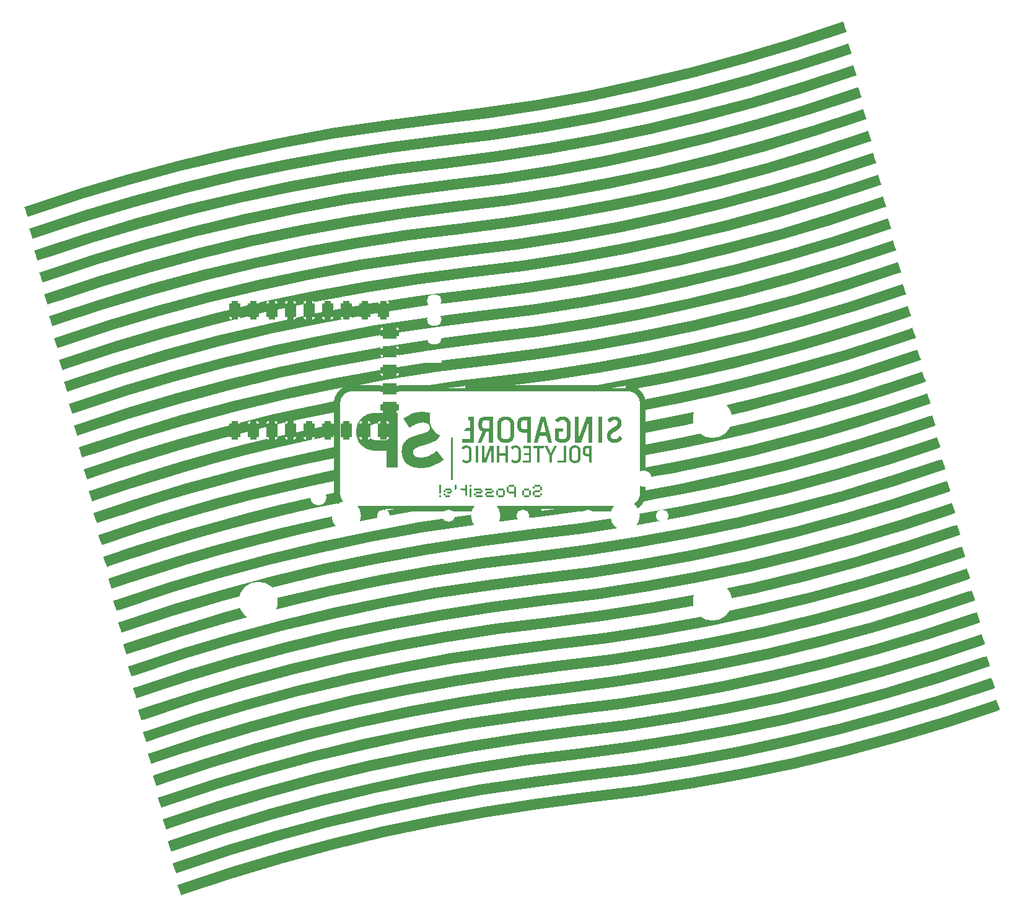
<source format=gbo>
G04 #@! TF.GenerationSoftware,KiCad,Pcbnew,8.0.8-8.0.8-0~ubuntu22.04.1*
G04 #@! TF.CreationDate,2025-02-26T16:06:35+08:00*
G04 #@! TF.ProjectId,macropad,6d616372-6f70-4616-942e-6b696361645f,rev?*
G04 #@! TF.SameCoordinates,Original*
G04 #@! TF.FileFunction,Legend,Bot*
G04 #@! TF.FilePolarity,Positive*
%FSLAX46Y46*%
G04 Gerber Fmt 4.6, Leading zero omitted, Abs format (unit mm)*
G04 Created by KiCad (PCBNEW 8.0.8-8.0.8-0~ubuntu22.04.1) date 2025-02-26 16:06:35*
%MOMM*%
%LPD*%
G01*
G04 APERTURE LIST*
G04 Aperture macros list*
%AMRoundRect*
0 Rectangle with rounded corners*
0 $1 Rounding radius*
0 $2 $3 $4 $5 $6 $7 $8 $9 X,Y pos of 4 corners*
0 Add a 4 corners polygon primitive as box body*
4,1,4,$2,$3,$4,$5,$6,$7,$8,$9,$2,$3,0*
0 Add four circle primitives for the rounded corners*
1,1,$1+$1,$2,$3*
1,1,$1+$1,$4,$5*
1,1,$1+$1,$6,$7*
1,1,$1+$1,$8,$9*
0 Add four rect primitives between the rounded corners*
20,1,$1+$1,$2,$3,$4,$5,0*
20,1,$1+$1,$4,$5,$6,$7,0*
20,1,$1+$1,$6,$7,$8,$9,0*
20,1,$1+$1,$8,$9,$2,$3,0*%
G04 Aperture macros list end*
%ADD10C,0.000000*%
%ADD11C,0.396874*%
%ADD12C,5.300000*%
%ADD13R,2.030000X1.730000*%
%ADD14O,2.030000X1.730000*%
%ADD15C,2.200000*%
%ADD16C,1.700000*%
%ADD17C,4.000000*%
%ADD18RoundRect,0.400000X0.400000X-0.900000X0.400000X0.900000X-0.400000X0.900000X-0.400000X-0.900000X0*%
%ADD19RoundRect,0.400050X0.400050X-0.899950X0.400050X0.899950X-0.400050X0.899950X-0.400050X-0.899950X0*%
%ADD20RoundRect,0.400000X0.900000X-0.400000X0.900000X0.400000X-0.900000X0.400000X-0.900000X-0.400000X0*%
%ADD21RoundRect,0.393700X0.906300X-0.393700X0.906300X0.393700X-0.906300X0.393700X-0.906300X-0.393700X0*%
G04 APERTURE END LIST*
D10*
G36*
X205092420Y-96365416D02*
G01*
X204825193Y-96365416D01*
X204825193Y-96098189D01*
X205092420Y-96098189D01*
X205092420Y-96365416D01*
G37*
G36*
X200947988Y-97320563D02*
G01*
X200680761Y-97320563D01*
X200680761Y-96098189D01*
X200947988Y-96098189D01*
X200947988Y-97320563D01*
G37*
G36*
X200947988Y-97799456D02*
G01*
X200680761Y-97799456D01*
X200680761Y-97534873D01*
X200947988Y-97534873D01*
X200947988Y-97799456D01*
G37*
G36*
X202257547Y-96817854D02*
G01*
X202498315Y-96817854D01*
X202498315Y-97561335D01*
X202257547Y-97561335D01*
X202257547Y-97799456D01*
X201511419Y-97799456D01*
X201511419Y-97558688D01*
X201268003Y-97558688D01*
X201268003Y-97291457D01*
X201537878Y-97291457D01*
X201537878Y-97534873D01*
X202231084Y-97534873D01*
X202231084Y-97320563D01*
X201749547Y-97320563D01*
X201749547Y-97053336D01*
X202231084Y-97053336D01*
X202231084Y-96841666D01*
X201537878Y-96841666D01*
X201537878Y-97079791D01*
X201268003Y-97079791D01*
X201268003Y-96817854D01*
X201511419Y-96817854D01*
X201511419Y-96577082D01*
X202257547Y-96577082D01*
X202257547Y-96817854D01*
G37*
G36*
X203033170Y-97799456D02*
G01*
X202765939Y-97799456D01*
X202765939Y-96098189D01*
X203033170Y-96098189D01*
X203033170Y-97799456D01*
G37*
G36*
X204531766Y-97561335D02*
G01*
X204291002Y-97561335D01*
X204291002Y-97799456D01*
X203544874Y-97799456D01*
X203544874Y-97561335D01*
X203301458Y-97561335D01*
X203301458Y-96841666D01*
X203571332Y-96841666D01*
X203571332Y-97534873D01*
X204264539Y-97534873D01*
X204264539Y-96841666D01*
X203571332Y-96841666D01*
X203301458Y-96841666D01*
X203301458Y-96817854D01*
X203544874Y-96817854D01*
X203544874Y-96577082D01*
X204264539Y-96577082D01*
X204264539Y-96098189D01*
X204531766Y-96098189D01*
X204531766Y-97534873D01*
X204531766Y-97561335D01*
G37*
G36*
X205092420Y-97799456D02*
G01*
X204825193Y-97799456D01*
X204825193Y-96577082D01*
X205092420Y-96577082D01*
X205092420Y-97799456D01*
G37*
G36*
X206401979Y-96817854D02*
G01*
X206642747Y-96817854D01*
X206642747Y-97079791D01*
X206401979Y-97079791D01*
X206401979Y-97320563D01*
X205682313Y-97320563D01*
X205682313Y-97534873D01*
X206642747Y-97534873D01*
X206642747Y-97799456D01*
X205655851Y-97799456D01*
X205655851Y-97561335D01*
X205412435Y-97561335D01*
X205412435Y-97294108D01*
X205655851Y-97294108D01*
X205655851Y-97053336D01*
X206375520Y-97053336D01*
X206375520Y-96841666D01*
X205412435Y-96841666D01*
X205412435Y-96577082D01*
X206401979Y-96577082D01*
X206401979Y-96817854D01*
G37*
G36*
X207900579Y-96817854D02*
G01*
X208141347Y-96817854D01*
X208141347Y-97079791D01*
X207900579Y-97079791D01*
X207900579Y-97320563D01*
X207180913Y-97320563D01*
X207180913Y-97534873D01*
X208141347Y-97534873D01*
X208141347Y-97799456D01*
X207154451Y-97799456D01*
X207154451Y-97561335D01*
X206911035Y-97561335D01*
X206911035Y-97294108D01*
X207154451Y-97294108D01*
X207154451Y-97053336D01*
X207874120Y-97053336D01*
X207874120Y-96841666D01*
X206911035Y-96841666D01*
X206911035Y-96577082D01*
X207900579Y-96577082D01*
X207900579Y-96817854D01*
G37*
G36*
X209691675Y-97561335D02*
G01*
X209450902Y-97561335D01*
X209450902Y-97799456D01*
X208704778Y-97799456D01*
X208704778Y-97561335D01*
X208461362Y-97561335D01*
X208461362Y-96841666D01*
X208731237Y-96841666D01*
X208731237Y-97534873D01*
X209424444Y-97534873D01*
X209424444Y-96841666D01*
X208731237Y-96841666D01*
X208461362Y-96841666D01*
X208461362Y-96817854D01*
X208704778Y-96817854D01*
X208704778Y-96577082D01*
X209450902Y-96577082D01*
X209450902Y-96817854D01*
X209691675Y-96817854D01*
X209691675Y-97534873D01*
X209691675Y-97561335D01*
G37*
G36*
X211161829Y-97799456D02*
G01*
X210894601Y-97799456D01*
X210894601Y-97320563D01*
X210174936Y-97320563D01*
X210174936Y-97079791D01*
X209931520Y-97079791D01*
X209931520Y-96365416D01*
X210201395Y-96365416D01*
X210201395Y-97053336D01*
X210894601Y-97053336D01*
X210894601Y-96365416D01*
X210201395Y-96365416D01*
X209931520Y-96365416D01*
X209931520Y-96338961D01*
X210174936Y-96338961D01*
X210174936Y-96098189D01*
X210921064Y-96098189D01*
X210921064Y-96338961D01*
X211161829Y-96338961D01*
X211161829Y-97053336D01*
X211161829Y-97799456D01*
G37*
G36*
X213241853Y-97561335D02*
G01*
X213001081Y-97561335D01*
X213001081Y-97799456D01*
X212254957Y-97799456D01*
X212254957Y-97561335D01*
X212011541Y-97561335D01*
X212011541Y-96841666D01*
X212281415Y-96841666D01*
X212281415Y-97534873D01*
X212974622Y-97534873D01*
X212974622Y-96841666D01*
X212281415Y-96841666D01*
X212011541Y-96841666D01*
X212011541Y-96817854D01*
X212254957Y-96817854D01*
X212254957Y-96577082D01*
X213001081Y-96577082D01*
X213001081Y-96817854D01*
X213241853Y-96817854D01*
X213241853Y-97534873D01*
X213241853Y-97561335D01*
G37*
G36*
X214471242Y-96338961D02*
G01*
X214712007Y-96338961D01*
X214712007Y-96841666D01*
X214471242Y-96841666D01*
X214471242Y-97079791D01*
X213751573Y-97079791D01*
X213751573Y-97534873D01*
X214444780Y-97534873D01*
X214444780Y-97294108D01*
X214712007Y-97294108D01*
X214712007Y-97561335D01*
X214471242Y-97561335D01*
X214471242Y-97799456D01*
X213725114Y-97799456D01*
X213725114Y-97561335D01*
X213481698Y-97561335D01*
X213481698Y-97053336D01*
X213725114Y-97053336D01*
X213725114Y-96817854D01*
X214444780Y-96817854D01*
X214444780Y-96365416D01*
X213751573Y-96365416D01*
X213751573Y-96603545D01*
X213481698Y-96603545D01*
X213481698Y-96338961D01*
X213725114Y-96338961D01*
X213725114Y-96098189D01*
X214471242Y-96098189D01*
X214471242Y-96338961D01*
G37*
G36*
X205452653Y-90296935D02*
G01*
X203780881Y-90296935D01*
X203780881Y-89822669D01*
X204955900Y-89822669D01*
X204955900Y-88752429D01*
X204035280Y-88752429D01*
X204035280Y-88296420D01*
X204949945Y-88296420D01*
X204949945Y-87280947D01*
X203865682Y-87280947D01*
X203865682Y-86800597D01*
X205452653Y-86800597D01*
X205452653Y-90296935D01*
G37*
G36*
X213193170Y-90296935D02*
G01*
X212678422Y-90296935D01*
X212678422Y-88959200D01*
X212230218Y-88959200D01*
X212185334Y-88958356D01*
X212141518Y-88955872D01*
X212098697Y-88951819D01*
X212056798Y-88946269D01*
X212015750Y-88939292D01*
X211975478Y-88930960D01*
X211935911Y-88921345D01*
X211896974Y-88910517D01*
X211876749Y-88904600D01*
X211856951Y-88898257D01*
X211837580Y-88891489D01*
X211818637Y-88884295D01*
X211800119Y-88876675D01*
X211782028Y-88868628D01*
X211764362Y-88860154D01*
X211747121Y-88851252D01*
X211730305Y-88841922D01*
X211713913Y-88832165D01*
X211697946Y-88821978D01*
X211682402Y-88811362D01*
X211667282Y-88800317D01*
X211652584Y-88788842D01*
X211638309Y-88776937D01*
X211624456Y-88764601D01*
X211609909Y-88750836D01*
X211595787Y-88736914D01*
X211582091Y-88722816D01*
X211568820Y-88708524D01*
X211555974Y-88694021D01*
X211543554Y-88679288D01*
X211531561Y-88664307D01*
X211519993Y-88649060D01*
X211508852Y-88633530D01*
X211498138Y-88617699D01*
X211487850Y-88601547D01*
X211477989Y-88585058D01*
X211468555Y-88568213D01*
X211459549Y-88550994D01*
X211450970Y-88533383D01*
X211442819Y-88515362D01*
X211435072Y-88495824D01*
X211427762Y-88476004D01*
X211420897Y-88455900D01*
X211414486Y-88435514D01*
X211408538Y-88414846D01*
X211403062Y-88393893D01*
X211398065Y-88372658D01*
X211393558Y-88351139D01*
X211389548Y-88329336D01*
X211386045Y-88307250D01*
X211383056Y-88284879D01*
X211380592Y-88262224D01*
X211378660Y-88239284D01*
X211377269Y-88216060D01*
X211376428Y-88192551D01*
X211376146Y-88168757D01*
X211376146Y-87657980D01*
X211884935Y-87657980D01*
X211891023Y-87657980D01*
X211891023Y-88168757D01*
X211891380Y-88190054D01*
X211892455Y-88210628D01*
X211894257Y-88230473D01*
X211896796Y-88249578D01*
X211900080Y-88267935D01*
X211904117Y-88285535D01*
X211908917Y-88302369D01*
X211914488Y-88318430D01*
X211920839Y-88333707D01*
X211927978Y-88348193D01*
X211931846Y-88355137D01*
X211935914Y-88361879D01*
X211940184Y-88368419D01*
X211944657Y-88374755D01*
X211949333Y-88380887D01*
X211954215Y-88386814D01*
X211959302Y-88392534D01*
X211964596Y-88398046D01*
X211970098Y-88403349D01*
X211975809Y-88408443D01*
X211981730Y-88413325D01*
X211987863Y-88417996D01*
X212000577Y-88425768D01*
X212013715Y-88433103D01*
X212027278Y-88439992D01*
X212041266Y-88446426D01*
X212055679Y-88452397D01*
X212070517Y-88457896D01*
X212085779Y-88462913D01*
X212101466Y-88467440D01*
X212117578Y-88471467D01*
X212134115Y-88474987D01*
X212151077Y-88477989D01*
X212168463Y-88480466D01*
X212186274Y-88482407D01*
X212204511Y-88483805D01*
X212223172Y-88484651D01*
X212242258Y-88484934D01*
X212684373Y-88484934D01*
X212684373Y-87280947D01*
X212242258Y-87280947D01*
X212220456Y-87281321D01*
X212199330Y-87282442D01*
X212178879Y-87284308D01*
X212159106Y-87286920D01*
X212140010Y-87290275D01*
X212121594Y-87294373D01*
X212103858Y-87299212D01*
X212086804Y-87304791D01*
X212070432Y-87311110D01*
X212054745Y-87318167D01*
X212039742Y-87325961D01*
X212025425Y-87334491D01*
X212011796Y-87343757D01*
X211998855Y-87353755D01*
X211986604Y-87364487D01*
X211975043Y-87375951D01*
X211964174Y-87388145D01*
X211953999Y-87401068D01*
X211944517Y-87414720D01*
X211935730Y-87429099D01*
X211927640Y-87444204D01*
X211920247Y-87460035D01*
X211913553Y-87476589D01*
X211907559Y-87493867D01*
X211902266Y-87511866D01*
X211897675Y-87530586D01*
X211893787Y-87550026D01*
X211890603Y-87570184D01*
X211888125Y-87591059D01*
X211886353Y-87612652D01*
X211884935Y-87657980D01*
X211376146Y-87657980D01*
X211376146Y-87645810D01*
X211377068Y-87594202D01*
X211379836Y-87544291D01*
X211384448Y-87496057D01*
X211390906Y-87449483D01*
X211399209Y-87404549D01*
X211409359Y-87361239D01*
X211421354Y-87319532D01*
X211435195Y-87279411D01*
X211450883Y-87240858D01*
X211468418Y-87203853D01*
X211487799Y-87168379D01*
X211509028Y-87134418D01*
X211532104Y-87101949D01*
X211557027Y-87070957D01*
X211583798Y-87041421D01*
X211612417Y-87013323D01*
X211641504Y-86987890D01*
X211672005Y-86964035D01*
X211703910Y-86941766D01*
X211737210Y-86921093D01*
X211771897Y-86902023D01*
X211807960Y-86884565D01*
X211845390Y-86868729D01*
X211884179Y-86854522D01*
X211924316Y-86841955D01*
X211965792Y-86831035D01*
X212008599Y-86821770D01*
X212052726Y-86814171D01*
X212098165Y-86808245D01*
X212144906Y-86804002D01*
X212192940Y-86801449D01*
X212242258Y-86800597D01*
X213193170Y-86800597D01*
X213193170Y-88484934D01*
X213193170Y-90296935D01*
G37*
G36*
X219698213Y-89719214D02*
G01*
X220824808Y-86800597D01*
X221557706Y-86800597D01*
X221557706Y-90296935D01*
X221097330Y-90296935D01*
X221097330Y-87420781D01*
X220037408Y-90296935D01*
X219243928Y-90296935D01*
X219243928Y-86800597D01*
X219698213Y-86800597D01*
X219698213Y-89719214D01*
G37*
G36*
X222944654Y-90296935D02*
G01*
X222429773Y-90296935D01*
X222429773Y-86800597D01*
X222944654Y-86800597D01*
X222944654Y-90296935D01*
G37*
G36*
X208008527Y-90303019D02*
G01*
X207493780Y-90303019D01*
X207493780Y-88843710D01*
X207106168Y-88843710D01*
X206470106Y-90303019D01*
X205943189Y-90303019D01*
X206609411Y-88788943D01*
X206576919Y-88777177D01*
X206545273Y-88764702D01*
X206514476Y-88751516D01*
X206484526Y-88737619D01*
X206455426Y-88723012D01*
X206427174Y-88707693D01*
X206399772Y-88691664D01*
X206373221Y-88674923D01*
X206347521Y-88657470D01*
X206322673Y-88639306D01*
X206298677Y-88620430D01*
X206275534Y-88600841D01*
X206253245Y-88580541D01*
X206231809Y-88559527D01*
X206211228Y-88537801D01*
X206191503Y-88515362D01*
X206172842Y-88492044D01*
X206155449Y-88467731D01*
X206139316Y-88442422D01*
X206124434Y-88416117D01*
X206110794Y-88388816D01*
X206098386Y-88360518D01*
X206087203Y-88331225D01*
X206077234Y-88300934D01*
X206068472Y-88269647D01*
X206060907Y-88237363D01*
X206054530Y-88204081D01*
X206049333Y-88169802D01*
X206045306Y-88134526D01*
X206042440Y-88098252D01*
X206040728Y-88060980D01*
X206040159Y-88022709D01*
X206040159Y-87670151D01*
X206560991Y-87670151D01*
X206560991Y-88022709D01*
X206561347Y-88045102D01*
X206562423Y-88066644D01*
X206564226Y-88087347D01*
X206566766Y-88107218D01*
X206570052Y-88126268D01*
X206574093Y-88144506D01*
X206578897Y-88161940D01*
X206584474Y-88178581D01*
X206590832Y-88194437D01*
X206597980Y-88209518D01*
X206605927Y-88223834D01*
X206614683Y-88237393D01*
X206624255Y-88250204D01*
X206634654Y-88262278D01*
X206645887Y-88273623D01*
X206657964Y-88284249D01*
X206669653Y-88293090D01*
X206682037Y-88301358D01*
X206695098Y-88309054D01*
X206708818Y-88316177D01*
X206723180Y-88322727D01*
X206738164Y-88328707D01*
X206753753Y-88334115D01*
X206769929Y-88338952D01*
X206786675Y-88343218D01*
X206803971Y-88346915D01*
X206821800Y-88350041D01*
X206840144Y-88352599D01*
X206858985Y-88354587D01*
X206878305Y-88356007D01*
X206898086Y-88356858D01*
X206918310Y-88357142D01*
X207499734Y-88357142D01*
X207499734Y-87287034D01*
X206924398Y-87287034D01*
X206902044Y-87287408D01*
X206880399Y-87288530D01*
X206859463Y-87290400D01*
X206839236Y-87293018D01*
X206819719Y-87296384D01*
X206800912Y-87300499D01*
X206782814Y-87305361D01*
X206765425Y-87310972D01*
X206748746Y-87317331D01*
X206732776Y-87324438D01*
X206717516Y-87332294D01*
X206702965Y-87340898D01*
X206689124Y-87350250D01*
X206675993Y-87360350D01*
X206663571Y-87371199D01*
X206651858Y-87382796D01*
X206640856Y-87395142D01*
X206630563Y-87408236D01*
X206620980Y-87422078D01*
X206612106Y-87436669D01*
X206603942Y-87452009D01*
X206596488Y-87468097D01*
X206589744Y-87484933D01*
X206583710Y-87502518D01*
X206578385Y-87520852D01*
X206573770Y-87539934D01*
X206569866Y-87559765D01*
X206566671Y-87580345D01*
X206564186Y-87601673D01*
X206562411Y-87623751D01*
X206560991Y-87670151D01*
X206040159Y-87670151D01*
X206040159Y-87664067D01*
X206041011Y-87609110D01*
X206043575Y-87556010D01*
X206047860Y-87504766D01*
X206053874Y-87455378D01*
X206061626Y-87407845D01*
X206071127Y-87362165D01*
X206082384Y-87318340D01*
X206095407Y-87276368D01*
X206110205Y-87236248D01*
X206126788Y-87197981D01*
X206145164Y-87161565D01*
X206165342Y-87127000D01*
X206187331Y-87094285D01*
X206211142Y-87063420D01*
X206236782Y-87034404D01*
X206264261Y-87007237D01*
X206293418Y-86981873D01*
X206324128Y-86958211D01*
X206356383Y-86936242D01*
X206390175Y-86915958D01*
X206425493Y-86897349D01*
X206462329Y-86880405D01*
X206500674Y-86865119D01*
X206540520Y-86851480D01*
X206581857Y-86839480D01*
X206624676Y-86829109D01*
X206668969Y-86820359D01*
X206714726Y-86813220D01*
X206761940Y-86807684D01*
X206810600Y-86803741D01*
X206860698Y-86801381D01*
X206912225Y-86800597D01*
X208008527Y-86800597D01*
X208008527Y-88357142D01*
X208008527Y-90303019D01*
G37*
G36*
X216100412Y-90303019D02*
G01*
X215573495Y-90303019D01*
X215331266Y-89384783D01*
X214398477Y-89384783D01*
X214162336Y-90303019D01*
X213641374Y-90303019D01*
X213996819Y-88934859D01*
X214513570Y-88934859D01*
X215228345Y-88934859D01*
X214870893Y-87359927D01*
X214513570Y-88934859D01*
X213996819Y-88934859D01*
X214556039Y-86782341D01*
X215161672Y-86782341D01*
X215735611Y-88934859D01*
X216100412Y-90303019D01*
G37*
G36*
X224635970Y-86740600D02*
G01*
X224690341Y-86743167D01*
X224743298Y-86747446D01*
X224794983Y-86753436D01*
X224845540Y-86761137D01*
X224895111Y-86770550D01*
X224943838Y-86781675D01*
X224991865Y-86794512D01*
X225015423Y-86801617D01*
X225038434Y-86809278D01*
X225060915Y-86817476D01*
X225082884Y-86826194D01*
X225104357Y-86835413D01*
X225125352Y-86845116D01*
X225145887Y-86855284D01*
X225165978Y-86865900D01*
X225185642Y-86876945D01*
X225204898Y-86888401D01*
X225223762Y-86900251D01*
X225242251Y-86912477D01*
X225260383Y-86925059D01*
X225278174Y-86937981D01*
X225295643Y-86951225D01*
X225312807Y-86964772D01*
X225328562Y-86979727D01*
X225344017Y-86994988D01*
X225359154Y-87010573D01*
X225373955Y-87026498D01*
X225388402Y-87042781D01*
X225402477Y-87059440D01*
X225416161Y-87076492D01*
X225429437Y-87093954D01*
X225442287Y-87111845D01*
X225454692Y-87130180D01*
X225466635Y-87148978D01*
X225478097Y-87168257D01*
X225489062Y-87188033D01*
X225499509Y-87208324D01*
X225509422Y-87229148D01*
X225518783Y-87250521D01*
X225527579Y-87272391D01*
X225535811Y-87294692D01*
X225543477Y-87317423D01*
X225550578Y-87340583D01*
X225557114Y-87364173D01*
X225563083Y-87388192D01*
X225568485Y-87412640D01*
X225573321Y-87437516D01*
X225577589Y-87462819D01*
X225581289Y-87488550D01*
X225584421Y-87514709D01*
X225586984Y-87541294D01*
X225588979Y-87568305D01*
X225590404Y-87595743D01*
X225591259Y-87623606D01*
X225591545Y-87651894D01*
X225590666Y-87705746D01*
X225589541Y-87732007D01*
X225587935Y-87757815D01*
X225585833Y-87783158D01*
X225583215Y-87808029D01*
X225580064Y-87832419D01*
X225576364Y-87856318D01*
X225572096Y-87879719D01*
X225567243Y-87902611D01*
X225561788Y-87924986D01*
X225555714Y-87946835D01*
X225549002Y-87968149D01*
X225541636Y-87988920D01*
X225533597Y-88009138D01*
X225524869Y-88028794D01*
X225515648Y-88049120D01*
X225506142Y-88069033D01*
X225496350Y-88088551D01*
X225486274Y-88107693D01*
X225475911Y-88126477D01*
X225465264Y-88144921D01*
X225454331Y-88163044D01*
X225443113Y-88180863D01*
X225431610Y-88198396D01*
X225419821Y-88215663D01*
X225407747Y-88232681D01*
X225395388Y-88249469D01*
X225369814Y-88282424D01*
X225343099Y-88314677D01*
X225330483Y-88329345D01*
X225317599Y-88343740D01*
X225304465Y-88357870D01*
X225291099Y-88371744D01*
X225263740Y-88398755D01*
X225235663Y-88424842D01*
X225207009Y-88450074D01*
X225177920Y-88474518D01*
X225148535Y-88498242D01*
X225118997Y-88521315D01*
X225087495Y-88541854D01*
X225056635Y-88562392D01*
X225026488Y-88582931D01*
X224997125Y-88603469D01*
X224968617Y-88624007D01*
X224941037Y-88644546D01*
X224914455Y-88665084D01*
X224888942Y-88685622D01*
X224836773Y-88718539D01*
X224780646Y-88753206D01*
X224721121Y-88789038D01*
X224658756Y-88825453D01*
X224626968Y-88841681D01*
X224595251Y-88858561D01*
X224563677Y-88876164D01*
X224532317Y-88894559D01*
X224501243Y-88913816D01*
X224470525Y-88934005D01*
X224440234Y-88955196D01*
X224410444Y-88977458D01*
X224395826Y-88987776D01*
X224381491Y-88998249D01*
X224367438Y-89008885D01*
X224353668Y-89019693D01*
X224340181Y-89030681D01*
X224326977Y-89041859D01*
X224314056Y-89053235D01*
X224301419Y-89064818D01*
X224289065Y-89076617D01*
X224276996Y-89088640D01*
X224265210Y-89100895D01*
X224253709Y-89113392D01*
X224242493Y-89126140D01*
X224231561Y-89139147D01*
X224220914Y-89152421D01*
X224210552Y-89165972D01*
X224200617Y-89178643D01*
X224191259Y-89191601D01*
X224182486Y-89204847D01*
X224174308Y-89218381D01*
X224166732Y-89232201D01*
X224159769Y-89246307D01*
X224153426Y-89260700D01*
X224147713Y-89275378D01*
X224142639Y-89290342D01*
X224138213Y-89305590D01*
X224134443Y-89321123D01*
X224131338Y-89336940D01*
X224128908Y-89353041D01*
X224127161Y-89369424D01*
X224126106Y-89386091D01*
X224125753Y-89403040D01*
X224126319Y-89434393D01*
X224128011Y-89464599D01*
X224130820Y-89493648D01*
X224134738Y-89521531D01*
X224139756Y-89548240D01*
X224145865Y-89573763D01*
X224153057Y-89598093D01*
X224161322Y-89621221D01*
X224170653Y-89643135D01*
X224181039Y-89663829D01*
X224186626Y-89673714D01*
X224192474Y-89683291D01*
X224198581Y-89692557D01*
X224204947Y-89701513D01*
X224211570Y-89710156D01*
X224218450Y-89718485D01*
X224225586Y-89726500D01*
X224232975Y-89734199D01*
X224240618Y-89741581D01*
X224248513Y-89748645D01*
X224256658Y-89755389D01*
X224265054Y-89761813D01*
X224282522Y-89772867D01*
X224300848Y-89783207D01*
X224320042Y-89792835D01*
X224340113Y-89801749D01*
X224361069Y-89809950D01*
X224382921Y-89817438D01*
X224405677Y-89824213D01*
X224429346Y-89830275D01*
X224453938Y-89835623D01*
X224479461Y-89840258D01*
X224505925Y-89844181D01*
X224533338Y-89847390D01*
X224561710Y-89849886D01*
X224591051Y-89851668D01*
X224621368Y-89852738D01*
X224652671Y-89853095D01*
X224684114Y-89852665D01*
X224714838Y-89851371D01*
X224744835Y-89849204D01*
X224774094Y-89846154D01*
X224802608Y-89842212D01*
X224830367Y-89837370D01*
X224857362Y-89831619D01*
X224883585Y-89824950D01*
X224909027Y-89817354D01*
X224933678Y-89808822D01*
X224957531Y-89799344D01*
X224980575Y-89788913D01*
X225002802Y-89777519D01*
X225024203Y-89765153D01*
X225044770Y-89751807D01*
X225064493Y-89737471D01*
X225083602Y-89722232D01*
X225102283Y-89706126D01*
X225120536Y-89689144D01*
X225138362Y-89671277D01*
X225155759Y-89652517D01*
X225172729Y-89632856D01*
X225189271Y-89612285D01*
X225205385Y-89590795D01*
X225221071Y-89568378D01*
X225236329Y-89545025D01*
X225251159Y-89520728D01*
X225265561Y-89495478D01*
X225279536Y-89469268D01*
X225293082Y-89442087D01*
X225306200Y-89413929D01*
X225318891Y-89384783D01*
X225718677Y-89707045D01*
X225697742Y-89748523D01*
X225675820Y-89788567D01*
X225652922Y-89827166D01*
X225629055Y-89864313D01*
X225604230Y-89899999D01*
X225578455Y-89934215D01*
X225551739Y-89966953D01*
X225524092Y-89998203D01*
X225495523Y-90027957D01*
X225466040Y-90056206D01*
X225435653Y-90082942D01*
X225404370Y-90108156D01*
X225372202Y-90131838D01*
X225339157Y-90153981D01*
X225305244Y-90174576D01*
X225270473Y-90193614D01*
X225234921Y-90212347D01*
X225198675Y-90229809D01*
X225161752Y-90246008D01*
X225124170Y-90260953D01*
X225085949Y-90274652D01*
X225047105Y-90287113D01*
X225007657Y-90298347D01*
X224967624Y-90308361D01*
X224927023Y-90317164D01*
X224885874Y-90324766D01*
X224844193Y-90331173D01*
X224801999Y-90336397D01*
X224759311Y-90340444D01*
X224716147Y-90343324D01*
X224672524Y-90345046D01*
X224628461Y-90345618D01*
X224574511Y-90344762D01*
X224521700Y-90342195D01*
X224470027Y-90337916D01*
X224419490Y-90331925D01*
X224370088Y-90324223D01*
X224321819Y-90314809D01*
X224274682Y-90303683D01*
X224228675Y-90290846D01*
X224205117Y-90282647D01*
X224182106Y-90274023D01*
X224159625Y-90264973D01*
X224137656Y-90255497D01*
X224116183Y-90245595D01*
X224095188Y-90235266D01*
X224074654Y-90224509D01*
X224054563Y-90213326D01*
X224034898Y-90201714D01*
X224015643Y-90189674D01*
X223996780Y-90177205D01*
X223978291Y-90164307D01*
X223960159Y-90150979D01*
X223942368Y-90137222D01*
X223924900Y-90123034D01*
X223907737Y-90108416D01*
X223890908Y-90093461D01*
X223874505Y-90078200D01*
X223858526Y-90062616D01*
X223842973Y-90046691D01*
X223827846Y-90030408D01*
X223813144Y-90013749D01*
X223798869Y-89996697D01*
X223785019Y-89979235D01*
X223771596Y-89961345D01*
X223758600Y-89943010D01*
X223746030Y-89924211D01*
X223733887Y-89904933D01*
X223722171Y-89885157D01*
X223710883Y-89864866D01*
X223700022Y-89844042D01*
X223689588Y-89822669D01*
X223679722Y-89800730D01*
X223670557Y-89778237D01*
X223662084Y-89755206D01*
X223654295Y-89731656D01*
X223647180Y-89707606D01*
X223640730Y-89683073D01*
X223634937Y-89658075D01*
X223629792Y-89632632D01*
X223625285Y-89606760D01*
X223621408Y-89580479D01*
X223618152Y-89553807D01*
X223615508Y-89526761D01*
X223613467Y-89499360D01*
X223612020Y-89471622D01*
X223610874Y-89415209D01*
X223611729Y-89357341D01*
X223614293Y-89302253D01*
X223616214Y-89275730D01*
X223618562Y-89249876D01*
X223621335Y-89224681D01*
X223624533Y-89200137D01*
X223628156Y-89176235D01*
X223632204Y-89152966D01*
X223636675Y-89130320D01*
X223641570Y-89108290D01*
X223646888Y-89086866D01*
X223652629Y-89066039D01*
X223658793Y-89045800D01*
X223665378Y-89026141D01*
X223672340Y-89006889D01*
X223679585Y-88987935D01*
X223687112Y-88969286D01*
X223694922Y-88950950D01*
X223703014Y-88932937D01*
X223711390Y-88915255D01*
X223720050Y-88897913D01*
X223728992Y-88880919D01*
X223738219Y-88864281D01*
X223747729Y-88848008D01*
X223757524Y-88832108D01*
X223767603Y-88816591D01*
X223777966Y-88801464D01*
X223788615Y-88786737D01*
X223799548Y-88772417D01*
X223810766Y-88758513D01*
X223833783Y-88731470D01*
X223857442Y-88705058D01*
X223881810Y-88679349D01*
X223906958Y-88654417D01*
X223919846Y-88642265D01*
X223932956Y-88630334D01*
X223946295Y-88618634D01*
X223959873Y-88607174D01*
X223973698Y-88595962D01*
X223987779Y-88585009D01*
X224002125Y-88574322D01*
X224016744Y-88563912D01*
X224072263Y-88522817D01*
X224129507Y-88481115D01*
X224187916Y-88438247D01*
X224217383Y-88416201D01*
X224246932Y-88393654D01*
X224268233Y-88377700D01*
X224291306Y-88361592D01*
X224316223Y-88345190D01*
X224343058Y-88328352D01*
X224371884Y-88310937D01*
X224402773Y-88292804D01*
X224471035Y-88253821D01*
X224542639Y-88212671D01*
X224612569Y-88170974D01*
X224647081Y-88149735D01*
X224681384Y-88128136D01*
X224715547Y-88106103D01*
X224749641Y-88083561D01*
X224783113Y-88060462D01*
X224815465Y-88036801D01*
X224846692Y-88012576D01*
X224876789Y-87987783D01*
X224891412Y-87975173D01*
X224905751Y-87962420D01*
X224919805Y-87949523D01*
X224933574Y-87936483D01*
X224947056Y-87923298D01*
X224960252Y-87909969D01*
X224973161Y-87896495D01*
X224985782Y-87882876D01*
X224997859Y-87868065D01*
X225009091Y-87853242D01*
X225019489Y-87838399D01*
X225029061Y-87823527D01*
X225037816Y-87808618D01*
X225045763Y-87793663D01*
X225052911Y-87778654D01*
X225059268Y-87763582D01*
X225064845Y-87748439D01*
X225069649Y-87733216D01*
X225073689Y-87717904D01*
X225076975Y-87702496D01*
X225079515Y-87686982D01*
X225081318Y-87671355D01*
X225082393Y-87655604D01*
X225082750Y-87639723D01*
X225082255Y-87611722D01*
X225080783Y-87584725D01*
X225078352Y-87558742D01*
X225074980Y-87533783D01*
X225070684Y-87509855D01*
X225065484Y-87486970D01*
X225059396Y-87465136D01*
X225052439Y-87444362D01*
X225044631Y-87424657D01*
X225035989Y-87406032D01*
X225026533Y-87388495D01*
X225016280Y-87372056D01*
X225005248Y-87356724D01*
X224993454Y-87342508D01*
X224980918Y-87329417D01*
X224967657Y-87317462D01*
X224952473Y-87305337D01*
X224936445Y-87294059D01*
X224919583Y-87283619D01*
X224901895Y-87274008D01*
X224883390Y-87265217D01*
X224864076Y-87257237D01*
X224843964Y-87250060D01*
X224823061Y-87243676D01*
X224801377Y-87238076D01*
X224778921Y-87233252D01*
X224755701Y-87229195D01*
X224731727Y-87225895D01*
X224707007Y-87223344D01*
X224681550Y-87221533D01*
X224655365Y-87220453D01*
X224628461Y-87220095D01*
X224617032Y-87220238D01*
X224605479Y-87220666D01*
X224593818Y-87221379D01*
X224582070Y-87222377D01*
X224570250Y-87223661D01*
X224558379Y-87225230D01*
X224546472Y-87227084D01*
X224534550Y-87229223D01*
X224522629Y-87231648D01*
X224510727Y-87234358D01*
X224498863Y-87237353D01*
X224487055Y-87240633D01*
X224475320Y-87244199D01*
X224463677Y-87248050D01*
X224452144Y-87252186D01*
X224440738Y-87256608D01*
X224418029Y-87266020D01*
X224395391Y-87276002D01*
X224372896Y-87286552D01*
X224350615Y-87297667D01*
X224328618Y-87309347D01*
X224306979Y-87321589D01*
X224285767Y-87334393D01*
X224265054Y-87347756D01*
X224242619Y-87361733D01*
X224220753Y-87376281D01*
X224199459Y-87391399D01*
X224178735Y-87407088D01*
X224158581Y-87423348D01*
X224138998Y-87440178D01*
X224119985Y-87457579D01*
X224101543Y-87475550D01*
X224092514Y-87483582D01*
X224083639Y-87491742D01*
X224074927Y-87500012D01*
X224066386Y-87508373D01*
X224049853Y-87525298D01*
X224034107Y-87542374D01*
X224019217Y-87559456D01*
X224005251Y-87576400D01*
X223992277Y-87593062D01*
X223980363Y-87609297D01*
X223671463Y-87214009D01*
X223692257Y-87187006D01*
X223713761Y-87160716D01*
X223735975Y-87135138D01*
X223758899Y-87110274D01*
X223782533Y-87086121D01*
X223806877Y-87062681D01*
X223831932Y-87039953D01*
X223857696Y-87017936D01*
X223884170Y-86996631D01*
X223911354Y-86976038D01*
X223939249Y-86956156D01*
X223967853Y-86936984D01*
X223997168Y-86918524D01*
X224027193Y-86900774D01*
X224057927Y-86883735D01*
X224089372Y-86867405D01*
X224120031Y-86851954D01*
X224150690Y-86837497D01*
X224181349Y-86824037D01*
X224212009Y-86811572D01*
X224242670Y-86800103D01*
X224273331Y-86789631D01*
X224303994Y-86780155D01*
X224334658Y-86771676D01*
X224365324Y-86764194D01*
X224395991Y-86757708D01*
X224426661Y-86752220D01*
X224457332Y-86747730D01*
X224488006Y-86744236D01*
X224518682Y-86741741D01*
X224549361Y-86740244D01*
X224580043Y-86739745D01*
X224635970Y-86740600D01*
G37*
G36*
X210915903Y-87809983D02*
G01*
X210915903Y-89299719D01*
X210915549Y-89331429D01*
X210914494Y-89362710D01*
X210912747Y-89393564D01*
X210910317Y-89423990D01*
X210907213Y-89453988D01*
X210903442Y-89483558D01*
X210899016Y-89512701D01*
X210893941Y-89541415D01*
X210888228Y-89569702D01*
X210881885Y-89597561D01*
X210874922Y-89624992D01*
X210867346Y-89651995D01*
X210859167Y-89678570D01*
X210850394Y-89704717D01*
X210841036Y-89730437D01*
X210831102Y-89755728D01*
X210820577Y-89779453D01*
X210809496Y-89802752D01*
X210797868Y-89825625D01*
X210785702Y-89848072D01*
X210773007Y-89870093D01*
X210759792Y-89891688D01*
X210746064Y-89912855D01*
X210731833Y-89933595D01*
X210717108Y-89953907D01*
X210701896Y-89973790D01*
X210686208Y-89993245D01*
X210670051Y-90012271D01*
X210653435Y-90030868D01*
X210636368Y-90049035D01*
X210618858Y-90066772D01*
X210600915Y-90084078D01*
X210582453Y-90100908D01*
X210563435Y-90117173D01*
X210543869Y-90132883D01*
X210523765Y-90148048D01*
X210503130Y-90162676D01*
X210481974Y-90176777D01*
X210460304Y-90190360D01*
X210438130Y-90203435D01*
X210415460Y-90216011D01*
X210392303Y-90228097D01*
X210368666Y-90239703D01*
X210344559Y-90250837D01*
X210319990Y-90261509D01*
X210294968Y-90271728D01*
X210269500Y-90281504D01*
X210243597Y-90290846D01*
X210190749Y-90305953D01*
X210136782Y-90319278D01*
X210081694Y-90330748D01*
X210025480Y-90340293D01*
X209968137Y-90347841D01*
X209909663Y-90353321D01*
X209850053Y-90356661D01*
X209789304Y-90357790D01*
X209728719Y-90357790D01*
X209669986Y-90356661D01*
X209611956Y-90353321D01*
X209554772Y-90347841D01*
X209498578Y-90340293D01*
X209443519Y-90330748D01*
X209389740Y-90319278D01*
X209337384Y-90305953D01*
X209286596Y-90290846D01*
X209260691Y-90281504D01*
X209235219Y-90271728D01*
X209210190Y-90261509D01*
X209185613Y-90250837D01*
X209161496Y-90239703D01*
X209137849Y-90228097D01*
X209114679Y-90216011D01*
X209091997Y-90203435D01*
X209069811Y-90190360D01*
X209048130Y-90176777D01*
X209026963Y-90162676D01*
X209006318Y-90148048D01*
X208986206Y-90132883D01*
X208966634Y-90117173D01*
X208947611Y-90100908D01*
X208929147Y-90084078D01*
X208910132Y-90066704D01*
X208891684Y-90048774D01*
X208873804Y-90030307D01*
X208856491Y-90011321D01*
X208839746Y-89991834D01*
X208823569Y-89971865D01*
X208807959Y-89951432D01*
X208792916Y-89930553D01*
X208778441Y-89909245D01*
X208764534Y-89887528D01*
X208751194Y-89865420D01*
X208738421Y-89842939D01*
X208726216Y-89820102D01*
X208714579Y-89796929D01*
X208703509Y-89773436D01*
X208693006Y-89749644D01*
X208682000Y-89724421D01*
X208671704Y-89698894D01*
X208662118Y-89673047D01*
X208653242Y-89646861D01*
X208645076Y-89620318D01*
X208637621Y-89593401D01*
X208630875Y-89566092D01*
X208624839Y-89538373D01*
X208619514Y-89510226D01*
X208614898Y-89481633D01*
X208610993Y-89452577D01*
X208607798Y-89423039D01*
X208605312Y-89393003D01*
X208603537Y-89362449D01*
X208602472Y-89331360D01*
X208602117Y-89299719D01*
X208602117Y-87809983D01*
X208602188Y-87803898D01*
X209123086Y-87803898D01*
X209123086Y-89287547D01*
X209123792Y-89323464D01*
X209125897Y-89358241D01*
X209129384Y-89391876D01*
X209134236Y-89424370D01*
X209140435Y-89455723D01*
X209147963Y-89485936D01*
X209156804Y-89515007D01*
X209166940Y-89542937D01*
X209178353Y-89569726D01*
X209191027Y-89595374D01*
X209204943Y-89619881D01*
X209220084Y-89643247D01*
X209236432Y-89665472D01*
X209253971Y-89686557D01*
X209272683Y-89706500D01*
X209292551Y-89725302D01*
X209313439Y-89741917D01*
X209335183Y-89757524D01*
X209357793Y-89772115D01*
X209381278Y-89785681D01*
X209405647Y-89798213D01*
X209430910Y-89809702D01*
X209457077Y-89820139D01*
X209484157Y-89829515D01*
X209512159Y-89837822D01*
X209541093Y-89845050D01*
X209570968Y-89851190D01*
X209601795Y-89856234D01*
X209633582Y-89860173D01*
X209666338Y-89862997D01*
X209700075Y-89864698D01*
X209734800Y-89865267D01*
X209795393Y-89865267D01*
X209830096Y-89864698D01*
X209863826Y-89862997D01*
X209896599Y-89860173D01*
X209928433Y-89856234D01*
X209959345Y-89851190D01*
X209989353Y-89845050D01*
X210018475Y-89837822D01*
X210046729Y-89829515D01*
X210074131Y-89820139D01*
X210100700Y-89809702D01*
X210126453Y-89798213D01*
X210151407Y-89785681D01*
X210175582Y-89772115D01*
X210198993Y-89757524D01*
X210221659Y-89741917D01*
X210243597Y-89725302D01*
X210264444Y-89706500D01*
X210283884Y-89686557D01*
X210301924Y-89665472D01*
X210318573Y-89643247D01*
X210333840Y-89619881D01*
X210347734Y-89595374D01*
X210360263Y-89569726D01*
X210371437Y-89542937D01*
X210381263Y-89515007D01*
X210389750Y-89485936D01*
X210396908Y-89455723D01*
X210402745Y-89424370D01*
X210407269Y-89391876D01*
X210410490Y-89358241D01*
X210412417Y-89323464D01*
X210413057Y-89287547D01*
X210413057Y-87797812D01*
X210412417Y-87765175D01*
X210410490Y-87733394D01*
X210407269Y-87702468D01*
X210402745Y-87672398D01*
X210396908Y-87643182D01*
X210389750Y-87614821D01*
X210381263Y-87587315D01*
X210371437Y-87560663D01*
X210360263Y-87534865D01*
X210347734Y-87509921D01*
X210333840Y-87485831D01*
X210318573Y-87462595D01*
X210301924Y-87440212D01*
X210283884Y-87418682D01*
X210264444Y-87398006D01*
X210243597Y-87378182D01*
X210221593Y-87360451D01*
X210198755Y-87343734D01*
X210175099Y-87328047D01*
X210150645Y-87313411D01*
X210125409Y-87299841D01*
X210099409Y-87287357D01*
X210072664Y-87275977D01*
X210045191Y-87265718D01*
X210017008Y-87256598D01*
X209988132Y-87248636D01*
X209958583Y-87241849D01*
X209928376Y-87236256D01*
X209897532Y-87231875D01*
X209866066Y-87228723D01*
X209833997Y-87226818D01*
X209801343Y-87226180D01*
X209734800Y-87226180D01*
X209703286Y-87226762D01*
X209687742Y-87227504D01*
X209672341Y-87228557D01*
X209657081Y-87229931D01*
X209641963Y-87231636D01*
X209626987Y-87233679D01*
X209612151Y-87236069D01*
X209597457Y-87238816D01*
X209582903Y-87241929D01*
X209568490Y-87245416D01*
X209554218Y-87249286D01*
X209540086Y-87253549D01*
X209526094Y-87258212D01*
X209512242Y-87263286D01*
X209498529Y-87268778D01*
X209483979Y-87273552D01*
X209469837Y-87278733D01*
X209456084Y-87284303D01*
X209442703Y-87290247D01*
X209429676Y-87296545D01*
X209416987Y-87303181D01*
X209404616Y-87310137D01*
X209392546Y-87317395D01*
X209380760Y-87324939D01*
X209369241Y-87332751D01*
X209357969Y-87340813D01*
X209346928Y-87349108D01*
X209336101Y-87357618D01*
X209325468Y-87366327D01*
X209304719Y-87384268D01*
X209294575Y-87393539D01*
X209284590Y-87403095D01*
X209274784Y-87412936D01*
X209265172Y-87423061D01*
X209255774Y-87433471D01*
X209246607Y-87444165D01*
X209237688Y-87455143D01*
X209229034Y-87466405D01*
X209220665Y-87477951D01*
X209212597Y-87489781D01*
X209204848Y-87501893D01*
X209197435Y-87514289D01*
X209190376Y-87526968D01*
X209183690Y-87539929D01*
X209177393Y-87553173D01*
X209171503Y-87566699D01*
X209165967Y-87579391D01*
X209160725Y-87592365D01*
X209155786Y-87605623D01*
X209151158Y-87619164D01*
X209146850Y-87632989D01*
X209142871Y-87647098D01*
X209139230Y-87661491D01*
X209135935Y-87676170D01*
X209132995Y-87691133D01*
X209130418Y-87706383D01*
X209128214Y-87721918D01*
X209126392Y-87737740D01*
X209124959Y-87753848D01*
X209123924Y-87770244D01*
X209123297Y-87786927D01*
X209123086Y-87803898D01*
X208602188Y-87803898D01*
X208602472Y-87779346D01*
X208603537Y-87749012D01*
X208605312Y-87718998D01*
X208607798Y-87689323D01*
X208610993Y-87660004D01*
X208614898Y-87631057D01*
X208619514Y-87602502D01*
X208624839Y-87574356D01*
X208630875Y-87546636D01*
X208637621Y-87519360D01*
X208645076Y-87492545D01*
X208653242Y-87466210D01*
X208662118Y-87440371D01*
X208671704Y-87415047D01*
X208682000Y-87390255D01*
X208693006Y-87366013D01*
X208704580Y-87342291D01*
X208716588Y-87318996D01*
X208729039Y-87296128D01*
X208741941Y-87273688D01*
X208755304Y-87251675D01*
X208769135Y-87230089D01*
X208783446Y-87208929D01*
X208798243Y-87188196D01*
X208813537Y-87167890D01*
X208829335Y-87148009D01*
X208845648Y-87128555D01*
X208862483Y-87109526D01*
X208879850Y-87090923D01*
X208897758Y-87072745D01*
X208916216Y-87054992D01*
X208935232Y-87037665D01*
X208954697Y-87019786D01*
X208974459Y-87002599D01*
X208994538Y-86986087D01*
X209014949Y-86970233D01*
X209035713Y-86955019D01*
X209056847Y-86940429D01*
X209078370Y-86926443D01*
X209100298Y-86913046D01*
X209122652Y-86900219D01*
X209145449Y-86887945D01*
X209168706Y-86876207D01*
X209192444Y-86864987D01*
X209216679Y-86854268D01*
X209241429Y-86844032D01*
X209266714Y-86834262D01*
X209292551Y-86824940D01*
X209345086Y-86807825D01*
X209398263Y-86792991D01*
X209452154Y-86780440D01*
X209506829Y-86770171D01*
X209562360Y-86762184D01*
X209618818Y-86756479D01*
X209676274Y-86753056D01*
X209734800Y-86751915D01*
X209789304Y-86751915D01*
X209818682Y-86752269D01*
X209847787Y-86753318D01*
X209876627Y-86755043D01*
X209905211Y-86757428D01*
X209933547Y-86760454D01*
X209961645Y-86764103D01*
X209989513Y-86768357D01*
X210017160Y-86773197D01*
X210044595Y-86778607D01*
X210071826Y-86784568D01*
X210125712Y-86798070D01*
X210178888Y-86813560D01*
X210231424Y-86830893D01*
X210257263Y-86840305D01*
X210282552Y-86850278D01*
X210307309Y-86860804D01*
X210331551Y-86871872D01*
X210355296Y-86883475D01*
X210378563Y-86895603D01*
X210401367Y-86908246D01*
X210423727Y-86921397D01*
X210445662Y-86935045D01*
X210467187Y-86949181D01*
X210488321Y-86963797D01*
X210509082Y-86978883D01*
X210529487Y-86994431D01*
X210549553Y-87010430D01*
X210569300Y-87026873D01*
X210588743Y-87043749D01*
X210606711Y-87061077D01*
X210624251Y-87078830D01*
X210641363Y-87097008D01*
X210658049Y-87115611D01*
X210674307Y-87134639D01*
X210690139Y-87154094D01*
X210705543Y-87173974D01*
X210720521Y-87194281D01*
X210735073Y-87215014D01*
X210749199Y-87236173D01*
X210762899Y-87257760D01*
X210776173Y-87279773D01*
X210789022Y-87302213D01*
X210801446Y-87325081D01*
X210813444Y-87348376D01*
X210825017Y-87372099D01*
X210836023Y-87397320D01*
X210846318Y-87422830D01*
X210855904Y-87448626D01*
X210864779Y-87474710D01*
X210872945Y-87501081D01*
X210880400Y-87527739D01*
X210887145Y-87554682D01*
X210893181Y-87581912D01*
X210898506Y-87609426D01*
X210903122Y-87637226D01*
X210907027Y-87665309D01*
X210910222Y-87693678D01*
X210912707Y-87722329D01*
X210914482Y-87751264D01*
X210915548Y-87780482D01*
X210915756Y-87797812D01*
X210915903Y-87809983D01*
G37*
G36*
X217552175Y-86752201D02*
G01*
X217580332Y-86753056D01*
X217608330Y-86754483D01*
X217636162Y-86756479D01*
X217663818Y-86759046D01*
X217691289Y-86762184D01*
X217718566Y-86765892D01*
X217745640Y-86770171D01*
X217772501Y-86775020D01*
X217799141Y-86780440D01*
X217825550Y-86786430D01*
X217851719Y-86792991D01*
X217877640Y-86800123D01*
X217903302Y-86807825D01*
X217928698Y-86816097D01*
X217953817Y-86824940D01*
X217979656Y-86834329D01*
X218004945Y-86844281D01*
X218029702Y-86854789D01*
X218053944Y-86865842D01*
X218077690Y-86877432D01*
X218100956Y-86889549D01*
X218123760Y-86902184D01*
X218146121Y-86915327D01*
X218168055Y-86928970D01*
X218189581Y-86943102D01*
X218210715Y-86957716D01*
X218231476Y-86972800D01*
X218251882Y-86988346D01*
X218271949Y-87004346D01*
X218291696Y-87020788D01*
X218311140Y-87037665D01*
X218330178Y-87054992D01*
X218348656Y-87072745D01*
X218366581Y-87090923D01*
X218383963Y-87109526D01*
X218400811Y-87128555D01*
X218417134Y-87148009D01*
X218432942Y-87167890D01*
X218448242Y-87188196D01*
X218463045Y-87208929D01*
X218477360Y-87230089D01*
X218491195Y-87251675D01*
X218504560Y-87273688D01*
X218517463Y-87296128D01*
X218529915Y-87318996D01*
X218541924Y-87342291D01*
X218553499Y-87366013D01*
X218564503Y-87391258D01*
X218574798Y-87416794D01*
X218584383Y-87442630D01*
X218593258Y-87468776D01*
X218601423Y-87495240D01*
X218608878Y-87522033D01*
X218615624Y-87549162D01*
X218621659Y-87576637D01*
X218626984Y-87604467D01*
X218631599Y-87632661D01*
X218635504Y-87661229D01*
X218638700Y-87690178D01*
X218641185Y-87719520D01*
X218642960Y-87749261D01*
X218644025Y-87779413D01*
X218644380Y-87809983D01*
X218644380Y-89299719D01*
X218644093Y-89330356D01*
X218643228Y-89360690D01*
X218641774Y-89390703D01*
X218639725Y-89420377D01*
X218637071Y-89449695D01*
X218633804Y-89478638D01*
X218629915Y-89507190D01*
X218625396Y-89535331D01*
X218620238Y-89563044D01*
X218614433Y-89590312D01*
X218607972Y-89617116D01*
X218600846Y-89643439D01*
X218593048Y-89669262D01*
X218584568Y-89694569D01*
X218575398Y-89719340D01*
X218565530Y-89743559D01*
X218542260Y-89790881D01*
X218530149Y-89814066D01*
X218517698Y-89836909D01*
X218504890Y-89859393D01*
X218491707Y-89881501D01*
X218478132Y-89903214D01*
X218464148Y-89924516D01*
X218449738Y-89945389D01*
X218434884Y-89965814D01*
X218419569Y-89985775D01*
X218403776Y-90005253D01*
X218387488Y-90024231D01*
X218370686Y-90042692D01*
X218353355Y-90060617D01*
X218335477Y-90077990D01*
X218317015Y-90094820D01*
X218298003Y-90111086D01*
X218278459Y-90126797D01*
X218258401Y-90141962D01*
X218237847Y-90156590D01*
X218216814Y-90170692D01*
X218195322Y-90184275D01*
X218173387Y-90197351D01*
X218151027Y-90209926D01*
X218128260Y-90222013D01*
X218105104Y-90233618D01*
X218081577Y-90244752D01*
X218057696Y-90255424D01*
X218033480Y-90265644D01*
X218008947Y-90275420D01*
X217984113Y-90284762D01*
X217931297Y-90301877D01*
X217877281Y-90316711D01*
X217821989Y-90329263D01*
X217765351Y-90339532D01*
X217707293Y-90347520D01*
X217647742Y-90353226D01*
X217586625Y-90356649D01*
X217523870Y-90357790D01*
X217485394Y-90357294D01*
X217447221Y-90355817D01*
X217409369Y-90353378D01*
X217371854Y-90349993D01*
X217334696Y-90345682D01*
X217297912Y-90340461D01*
X217261518Y-90334349D01*
X217225533Y-90327363D01*
X217189975Y-90319521D01*
X217154861Y-90310841D01*
X217120208Y-90301341D01*
X217086035Y-90291039D01*
X217052359Y-90279952D01*
X217019197Y-90268099D01*
X216986568Y-90255496D01*
X216954488Y-90242163D01*
X216922764Y-90227000D01*
X216891209Y-90211139D01*
X216859849Y-90194598D01*
X216828712Y-90177395D01*
X216797824Y-90159549D01*
X216767212Y-90141078D01*
X216736901Y-90122000D01*
X216706919Y-90102333D01*
X216677292Y-90082095D01*
X216648047Y-90061305D01*
X216619209Y-90039982D01*
X216590806Y-90018142D01*
X216562865Y-89995805D01*
X216535411Y-89972988D01*
X216508471Y-89949710D01*
X216482072Y-89925990D01*
X216482072Y-88411911D01*
X217584325Y-88411911D01*
X217584325Y-88843710D01*
X216990865Y-88843710D01*
X216990865Y-89688921D01*
X217005624Y-89701167D01*
X217020384Y-89712863D01*
X217035143Y-89724026D01*
X217049902Y-89734676D01*
X217064661Y-89744828D01*
X217079420Y-89754501D01*
X217094178Y-89763713D01*
X217108937Y-89772480D01*
X217123696Y-89780821D01*
X217138455Y-89788754D01*
X217153213Y-89796295D01*
X217167972Y-89803463D01*
X217197489Y-89816749D01*
X217227006Y-89828753D01*
X217257404Y-89837311D01*
X217289652Y-89844727D01*
X217323891Y-89851003D01*
X217360260Y-89856138D01*
X217398898Y-89860132D01*
X217439945Y-89862985D01*
X217483541Y-89864697D01*
X217529825Y-89865267D01*
X217563481Y-89864698D01*
X217596294Y-89862997D01*
X217628272Y-89860173D01*
X217659424Y-89856234D01*
X217689759Y-89851190D01*
X217719286Y-89845050D01*
X217748014Y-89837822D01*
X217775952Y-89829515D01*
X217803108Y-89820139D01*
X217829492Y-89809702D01*
X217855113Y-89798213D01*
X217879979Y-89785681D01*
X217904099Y-89772115D01*
X217927482Y-89757524D01*
X217950138Y-89741917D01*
X217972074Y-89725302D01*
X217991943Y-89707570D01*
X218010659Y-89688554D01*
X218028204Y-89668255D01*
X218044562Y-89646671D01*
X218059713Y-89623804D01*
X218073640Y-89599654D01*
X218086325Y-89574220D01*
X218097751Y-89547502D01*
X218107899Y-89519500D01*
X218116752Y-89490215D01*
X218124292Y-89459646D01*
X218130501Y-89427793D01*
X218135362Y-89394657D01*
X218138855Y-89360237D01*
X218140965Y-89324534D01*
X218141672Y-89287547D01*
X218141672Y-87797812D01*
X218140965Y-87766247D01*
X218138855Y-87735403D01*
X218135362Y-87705290D01*
X218130501Y-87675916D01*
X218124292Y-87647291D01*
X218116752Y-87619422D01*
X218107899Y-87592318D01*
X218097751Y-87565988D01*
X218086325Y-87540442D01*
X218073640Y-87515687D01*
X218059713Y-87491732D01*
X218044562Y-87468586D01*
X218028204Y-87446258D01*
X218010659Y-87424757D01*
X217991943Y-87404091D01*
X217972074Y-87384268D01*
X217950138Y-87365466D01*
X217927482Y-87347811D01*
X217904099Y-87331312D01*
X217879979Y-87315978D01*
X217855113Y-87301819D01*
X217829492Y-87288843D01*
X217803108Y-87277060D01*
X217775952Y-87266479D01*
X217748014Y-87257108D01*
X217719286Y-87248957D01*
X217689759Y-87242035D01*
X217659424Y-87236351D01*
X217628272Y-87231915D01*
X217596294Y-87228735D01*
X217563481Y-87226820D01*
X217529825Y-87226180D01*
X217506059Y-87226607D01*
X217482441Y-87227891D01*
X217458981Y-87230030D01*
X217435688Y-87233024D01*
X217412571Y-87236873D01*
X217389639Y-87241576D01*
X217366902Y-87247135D01*
X217344367Y-87253547D01*
X217322045Y-87260814D01*
X217299944Y-87268935D01*
X217278074Y-87277910D01*
X217256444Y-87287739D01*
X217235062Y-87298421D01*
X217213939Y-87309956D01*
X217193082Y-87322344D01*
X217172502Y-87335585D01*
X217151134Y-87349423D01*
X217130186Y-87363564D01*
X217109647Y-87378025D01*
X217089508Y-87392825D01*
X217069761Y-87407980D01*
X217050396Y-87423509D01*
X217031405Y-87439428D01*
X217012777Y-87455757D01*
X216994505Y-87472511D01*
X216976578Y-87489710D01*
X216958989Y-87507370D01*
X216941726Y-87525509D01*
X216924783Y-87544145D01*
X216908149Y-87563296D01*
X216891815Y-87582979D01*
X216875772Y-87603211D01*
X216554700Y-87244435D01*
X216575425Y-87216292D01*
X216596719Y-87188872D01*
X216618583Y-87162182D01*
X216641017Y-87136231D01*
X216664019Y-87111029D01*
X216687590Y-87086583D01*
X216711730Y-87062902D01*
X216736437Y-87039996D01*
X216761711Y-87017873D01*
X216787553Y-86996541D01*
X216813961Y-86976010D01*
X216840936Y-86956287D01*
X216868476Y-86937383D01*
X216896582Y-86919305D01*
X216925253Y-86902062D01*
X216954488Y-86885663D01*
X216983382Y-86869139D01*
X217013251Y-86853746D01*
X217044076Y-86839472D01*
X217075841Y-86826311D01*
X217108528Y-86814252D01*
X217142119Y-86803288D01*
X217176596Y-86793409D01*
X217211942Y-86784608D01*
X217248139Y-86776874D01*
X217285170Y-86770200D01*
X217323017Y-86764577D01*
X217361662Y-86759995D01*
X217401087Y-86756447D01*
X217441275Y-86753924D01*
X217482209Y-86752416D01*
X217523870Y-86751915D01*
X217552175Y-86752201D01*
G37*
G36*
X205985658Y-93081934D02*
G01*
X205640375Y-93081934D01*
X205640375Y-90740771D01*
X205985658Y-90740771D01*
X205985658Y-93081934D01*
G37*
G36*
X206869894Y-92698821D02*
G01*
X207620912Y-90740771D01*
X208111585Y-90740771D01*
X208111585Y-93081934D01*
X207802679Y-93081934D01*
X207802679Y-91160399D01*
X207093996Y-93081934D01*
X206560991Y-93081934D01*
X206560991Y-90740771D01*
X206869894Y-90740771D01*
X206869894Y-92698821D01*
G37*
G36*
X208923192Y-91786669D02*
G01*
X209722631Y-91786669D01*
X209722631Y-90740771D01*
X210055742Y-90740771D01*
X210055742Y-93081934D01*
X209722631Y-93081934D01*
X209722631Y-92108935D01*
X208923192Y-92108935D01*
X208923192Y-93081934D01*
X208583997Y-93081934D01*
X208583997Y-90740771D01*
X208923192Y-90740771D01*
X208923192Y-91786669D01*
G37*
G36*
X213253759Y-93081934D02*
G01*
X212133249Y-93081934D01*
X212133249Y-92759543D01*
X212920648Y-92759543D01*
X212920648Y-92048209D01*
X212308935Y-92048209D01*
X212308935Y-91744074D01*
X212920648Y-91744074D01*
X212920648Y-91063170D01*
X212193841Y-91063170D01*
X212193841Y-90740771D01*
X213253759Y-90740771D01*
X213253759Y-93081934D01*
G37*
G36*
X214998159Y-91063170D02*
G01*
X214434858Y-91063170D01*
X214434858Y-93081934D01*
X214089578Y-93081934D01*
X214089578Y-91063170D01*
X213526281Y-91063170D01*
X213526281Y-90740771D01*
X214998159Y-90740771D01*
X214998159Y-91063170D01*
G37*
G36*
X215949071Y-91768416D02*
G01*
X216403360Y-90734686D01*
X216778802Y-90734686D01*
X216124753Y-92145445D01*
X216130704Y-92145445D01*
X216130704Y-93081934D01*
X215785558Y-93081934D01*
X215785558Y-92151530D01*
X215113252Y-90734686D01*
X215488695Y-90734686D01*
X215949071Y-91768416D01*
G37*
G36*
X218056875Y-93081934D02*
G01*
X216869684Y-93081934D01*
X216869684Y-92759543D01*
X217723630Y-92759543D01*
X217723630Y-90740771D01*
X218056875Y-90740771D01*
X218056875Y-93081934D01*
G37*
G36*
X221533365Y-93081934D02*
G01*
X221188215Y-93081934D01*
X221188215Y-92188044D01*
X220885400Y-92188044D01*
X220855863Y-92187485D01*
X220826478Y-92185857D01*
X220797389Y-92183230D01*
X220768734Y-92179676D01*
X220740657Y-92175266D01*
X220713298Y-92170071D01*
X220686798Y-92164164D01*
X220661298Y-92157614D01*
X220647799Y-92153980D01*
X220634584Y-92149936D01*
X220621655Y-92145501D01*
X220609011Y-92140691D01*
X220596652Y-92135526D01*
X220584579Y-92130023D01*
X220572790Y-92124200D01*
X220561287Y-92118076D01*
X220550069Y-92111668D01*
X220539136Y-92104994D01*
X220528489Y-92098073D01*
X220518127Y-92090922D01*
X220508050Y-92083559D01*
X220498259Y-92076003D01*
X220488752Y-92068271D01*
X220479532Y-92060381D01*
X220469521Y-92052252D01*
X220459917Y-92043838D01*
X220450703Y-92035138D01*
X220441861Y-92026154D01*
X220433374Y-92016886D01*
X220425223Y-92007333D01*
X220417391Y-91997495D01*
X220409860Y-91987374D01*
X220402613Y-91976969D01*
X220395633Y-91966281D01*
X220388901Y-91955309D01*
X220382399Y-91944055D01*
X220376111Y-91932517D01*
X220370019Y-91920696D01*
X220364104Y-91908594D01*
X220358350Y-91896208D01*
X220352814Y-91883516D01*
X220347572Y-91870547D01*
X220342633Y-91857312D01*
X220338005Y-91843818D01*
X220333697Y-91830076D01*
X220329718Y-91816094D01*
X220326076Y-91801882D01*
X220322781Y-91787448D01*
X220319840Y-91772802D01*
X220317263Y-91757952D01*
X220315059Y-91742908D01*
X220313236Y-91727679D01*
X220311803Y-91712274D01*
X220310768Y-91696703D01*
X220310141Y-91680973D01*
X220309930Y-91665095D01*
X220309930Y-91312407D01*
X220655214Y-91312407D01*
X220655214Y-91659010D01*
X220655496Y-91673557D01*
X220656337Y-91687530D01*
X220657727Y-91700930D01*
X220659658Y-91713757D01*
X220662120Y-91726013D01*
X220665106Y-91737697D01*
X220668605Y-91748810D01*
X220672609Y-91759352D01*
X220674798Y-91764409D01*
X220677110Y-91769323D01*
X220679543Y-91774095D01*
X220682097Y-91778725D01*
X220684771Y-91783212D01*
X220687563Y-91787556D01*
X220690472Y-91791759D01*
X220693498Y-91795819D01*
X220696639Y-91799736D01*
X220699894Y-91803512D01*
X220703261Y-91807146D01*
X220706741Y-91810637D01*
X220710331Y-91813987D01*
X220714030Y-91817194D01*
X220717838Y-91820260D01*
X220721754Y-91823184D01*
X220729859Y-91829747D01*
X220738256Y-91835758D01*
X220746952Y-91841234D01*
X220755957Y-91846193D01*
X220765280Y-91850653D01*
X220774930Y-91854632D01*
X220784915Y-91858147D01*
X220795245Y-91861217D01*
X220805928Y-91863858D01*
X220816973Y-91866090D01*
X220828390Y-91867929D01*
X220840187Y-91869394D01*
X220852373Y-91870503D01*
X220864957Y-91871272D01*
X220877948Y-91871721D01*
X220891355Y-91871867D01*
X221188215Y-91871867D01*
X221188215Y-91063170D01*
X220891355Y-91063170D01*
X220876827Y-91063419D01*
X220862760Y-91064165D01*
X220849154Y-91065408D01*
X220836009Y-91067146D01*
X220823326Y-91069378D01*
X220811103Y-91072102D01*
X220799342Y-91075319D01*
X220788043Y-91079026D01*
X220777204Y-91083224D01*
X220766827Y-91087909D01*
X220756911Y-91093083D01*
X220747456Y-91098742D01*
X220738462Y-91104887D01*
X220729930Y-91111517D01*
X220721859Y-91118629D01*
X220714249Y-91126224D01*
X220707100Y-91134299D01*
X220700412Y-91142854D01*
X220694186Y-91151889D01*
X220688421Y-91161400D01*
X220683117Y-91171389D01*
X220678274Y-91181853D01*
X220673893Y-91192791D01*
X220669972Y-91204203D01*
X220666513Y-91216087D01*
X220663516Y-91228442D01*
X220660979Y-91241268D01*
X220658903Y-91254562D01*
X220657289Y-91268324D01*
X220656136Y-91282553D01*
X220655214Y-91312407D01*
X220309930Y-91312407D01*
X220310568Y-91277629D01*
X220312473Y-91243983D01*
X220315639Y-91211460D01*
X220320055Y-91180051D01*
X220325713Y-91149748D01*
X220332604Y-91120541D01*
X220340719Y-91092422D01*
X220350049Y-91065382D01*
X220360586Y-91039411D01*
X220372319Y-91014502D01*
X220385240Y-90990644D01*
X220399341Y-90967830D01*
X220414612Y-90946049D01*
X220431045Y-90925294D01*
X220448630Y-90905555D01*
X220467359Y-90886824D01*
X220487109Y-90869138D01*
X220507717Y-90852594D01*
X220529192Y-90837190D01*
X220551543Y-90822927D01*
X220574780Y-90809805D01*
X220598911Y-90797824D01*
X220623944Y-90786984D01*
X220649890Y-90777285D01*
X220676756Y-90768727D01*
X220704553Y-90761310D01*
X220733288Y-90755034D01*
X220762970Y-90749900D01*
X220793609Y-90745906D01*
X220825214Y-90743053D01*
X220857793Y-90741341D01*
X220891355Y-90740771D01*
X221533365Y-90740771D01*
X221533365Y-91871867D01*
X221533365Y-93081934D01*
G37*
G36*
X220007116Y-92406985D02*
G01*
X220006903Y-92428429D01*
X220006266Y-92449463D01*
X220005203Y-92470105D01*
X220003716Y-92490374D01*
X220001802Y-92510286D01*
X219999463Y-92529861D01*
X219996698Y-92549115D01*
X219993506Y-92568069D01*
X219989889Y-92586738D01*
X219985845Y-92605141D01*
X219981374Y-92623297D01*
X219976476Y-92641224D01*
X219971151Y-92658938D01*
X219965399Y-92676460D01*
X219959219Y-92693805D01*
X219952611Y-92710993D01*
X219944576Y-92726802D01*
X219936384Y-92742327D01*
X219928016Y-92757570D01*
X219919454Y-92772530D01*
X219910680Y-92787205D01*
X219901677Y-92801597D01*
X219892427Y-92815704D01*
X219882910Y-92829526D01*
X219873110Y-92843063D01*
X219863008Y-92856315D01*
X219852587Y-92869280D01*
X219841828Y-92881958D01*
X219830713Y-92894350D01*
X219819224Y-92906455D01*
X219807343Y-92918272D01*
X219795053Y-92929801D01*
X219767520Y-92952040D01*
X219753518Y-92962709D01*
X219739346Y-92973067D01*
X219724996Y-92983103D01*
X219710459Y-92992809D01*
X219695725Y-93002176D01*
X219680787Y-93011196D01*
X219665634Y-93019859D01*
X219650259Y-93028157D01*
X219634652Y-93036080D01*
X219618804Y-93043620D01*
X219602707Y-93050768D01*
X219586351Y-93057515D01*
X219569727Y-93063851D01*
X219552827Y-93069769D01*
X219535647Y-93075238D01*
X219518193Y-93080291D01*
X219500474Y-93084937D01*
X219482499Y-93089184D01*
X219445817Y-93096517D01*
X219408215Y-93102360D01*
X219369763Y-93106783D01*
X219330532Y-93109856D01*
X219290591Y-93111649D01*
X219250009Y-93112231D01*
X219207548Y-93112231D01*
X219167228Y-93111649D01*
X219127976Y-93109856D01*
X219089720Y-93106783D01*
X219052386Y-93102360D01*
X219034042Y-93099620D01*
X219015901Y-93096517D01*
X218997955Y-93093041D01*
X218980193Y-93089184D01*
X218962607Y-93084937D01*
X218945188Y-93080291D01*
X218927927Y-93075238D01*
X218910814Y-93069769D01*
X218877302Y-93055768D01*
X218860974Y-93048508D01*
X218844930Y-93041053D01*
X218829171Y-93033384D01*
X218813696Y-93025483D01*
X218798506Y-93017332D01*
X218783599Y-93008914D01*
X218768976Y-93000211D01*
X218754636Y-92991205D01*
X218740580Y-92981877D01*
X218726807Y-92972211D01*
X218713317Y-92962188D01*
X218700110Y-92951791D01*
X218687185Y-92941001D01*
X218674543Y-92929801D01*
X218662209Y-92918203D01*
X218650165Y-92906193D01*
X218638422Y-92893788D01*
X218626988Y-92881007D01*
X218615872Y-92867868D01*
X218605082Y-92854388D01*
X218594628Y-92840587D01*
X218584519Y-92826483D01*
X218574763Y-92812093D01*
X218565369Y-92797436D01*
X218556347Y-92782531D01*
X218547704Y-92767394D01*
X218539451Y-92752046D01*
X218531596Y-92736503D01*
X218524147Y-92720785D01*
X218517114Y-92704909D01*
X218509458Y-92688792D01*
X218502357Y-92672384D01*
X218495803Y-92655675D01*
X218489788Y-92638657D01*
X218484304Y-92621320D01*
X218479341Y-92603656D01*
X218474891Y-92585655D01*
X218470945Y-92567308D01*
X218467496Y-92548606D01*
X218464534Y-92529540D01*
X218462052Y-92510100D01*
X218460039Y-92490279D01*
X218458489Y-92470065D01*
X218457392Y-92449451D01*
X218456741Y-92428427D01*
X218456525Y-92406985D01*
X218456525Y-91409640D01*
X218795721Y-91409640D01*
X218795721Y-92406985D01*
X218796215Y-92430565D01*
X218797687Y-92453432D01*
X218800118Y-92475587D01*
X218803491Y-92497029D01*
X218807786Y-92517759D01*
X218812987Y-92537776D01*
X218819075Y-92557081D01*
X218826032Y-92575675D01*
X218833840Y-92593557D01*
X218842481Y-92610728D01*
X218851937Y-92627187D01*
X218862191Y-92642935D01*
X218873223Y-92657972D01*
X218885016Y-92672299D01*
X218897553Y-92685915D01*
X218910814Y-92698821D01*
X218924719Y-92709851D01*
X218939203Y-92720171D01*
X218954274Y-92729781D01*
X218969942Y-92738680D01*
X218986214Y-92746868D01*
X219003099Y-92754345D01*
X219020606Y-92761111D01*
X219038743Y-92767166D01*
X219057519Y-92772509D01*
X219076941Y-92777140D01*
X219097020Y-92781059D01*
X219117763Y-92784266D01*
X219139179Y-92786761D01*
X219161276Y-92788543D01*
X219184062Y-92789612D01*
X219207548Y-92789969D01*
X219250009Y-92789969D01*
X219273563Y-92789612D01*
X219296543Y-92788543D01*
X219318940Y-92786761D01*
X219340745Y-92784266D01*
X219361948Y-92781059D01*
X219382540Y-92777140D01*
X219402513Y-92772509D01*
X219421856Y-92767166D01*
X219440560Y-92761111D01*
X219458617Y-92754345D01*
X219476016Y-92746868D01*
X219492748Y-92738680D01*
X219508805Y-92729781D01*
X219524177Y-92720171D01*
X219538854Y-92709851D01*
X219552827Y-92698821D01*
X219566042Y-92686918D01*
X219578401Y-92674046D01*
X219589905Y-92660232D01*
X219600555Y-92645502D01*
X219610350Y-92629883D01*
X219619292Y-92613401D01*
X219627380Y-92596084D01*
X219634616Y-92577957D01*
X219640999Y-92559047D01*
X219646529Y-92539380D01*
X219651208Y-92518984D01*
X219655035Y-92497885D01*
X219658011Y-92476108D01*
X219660136Y-92453682D01*
X219661411Y-92430632D01*
X219661836Y-92406985D01*
X219661836Y-91409640D01*
X219661410Y-91387131D01*
X219660124Y-91365201D01*
X219657971Y-91343859D01*
X219654940Y-91323114D01*
X219651022Y-91302974D01*
X219646208Y-91283449D01*
X219640489Y-91264546D01*
X219633855Y-91246275D01*
X219626298Y-91228644D01*
X219617807Y-91211662D01*
X219608373Y-91195338D01*
X219597988Y-91179681D01*
X219586641Y-91164698D01*
X219574325Y-91150399D01*
X219561028Y-91136793D01*
X219546743Y-91123889D01*
X219532839Y-91111719D01*
X219518366Y-91100268D01*
X219503322Y-91089546D01*
X219487710Y-91079560D01*
X219471528Y-91070322D01*
X219454778Y-91061839D01*
X219437460Y-91054120D01*
X219419574Y-91047175D01*
X219401121Y-91041014D01*
X219382101Y-91035644D01*
X219362514Y-91031075D01*
X219342361Y-91027317D01*
X219321642Y-91024378D01*
X219300357Y-91022267D01*
X219278508Y-91020994D01*
X219256093Y-91020567D01*
X219207548Y-91020567D01*
X219197329Y-91020709D01*
X219187119Y-91021126D01*
X219176928Y-91021811D01*
X219166763Y-91022755D01*
X219156634Y-91023948D01*
X219146549Y-91025382D01*
X219136519Y-91027047D01*
X219126550Y-91028936D01*
X219116653Y-91031038D01*
X219106836Y-91033346D01*
X219097109Y-91035850D01*
X219087479Y-91038540D01*
X219068550Y-91044448D01*
X219050119Y-91050997D01*
X219041111Y-91054470D01*
X219032242Y-91058097D01*
X219023514Y-91061887D01*
X219014926Y-91065849D01*
X219006479Y-91069992D01*
X218998174Y-91074324D01*
X218990011Y-91078854D01*
X218981989Y-91083591D01*
X218974111Y-91088543D01*
X218966375Y-91093720D01*
X218958783Y-91099129D01*
X218951334Y-91104780D01*
X218944030Y-91110682D01*
X218936870Y-91116843D01*
X218929856Y-91123272D01*
X218922986Y-91129977D01*
X218916236Y-91135822D01*
X218909629Y-91141944D01*
X218903164Y-91148333D01*
X218896842Y-91154980D01*
X218890663Y-91161876D01*
X218884626Y-91169011D01*
X218878732Y-91176378D01*
X218872981Y-91183966D01*
X218867372Y-91191766D01*
X218861905Y-91199770D01*
X218856582Y-91207967D01*
X218851400Y-91216350D01*
X218846362Y-91224908D01*
X218841466Y-91233633D01*
X218836712Y-91242516D01*
X218832101Y-91251547D01*
X218825596Y-91269828D01*
X218819722Y-91288250D01*
X218814551Y-91306954D01*
X218812252Y-91316455D01*
X218810157Y-91326080D01*
X218808274Y-91335846D01*
X218806612Y-91345771D01*
X218805181Y-91355872D01*
X218803990Y-91366167D01*
X218803048Y-91376674D01*
X218802363Y-91387410D01*
X218801946Y-91398393D01*
X218801805Y-91409640D01*
X218795721Y-91409640D01*
X218456525Y-91409640D01*
X218456741Y-91389267D01*
X218457392Y-91369171D01*
X218458489Y-91349342D01*
X218460039Y-91329771D01*
X218462052Y-91310449D01*
X218464534Y-91291366D01*
X218467496Y-91272514D01*
X218470945Y-91253883D01*
X218474891Y-91235465D01*
X218479341Y-91217250D01*
X218484304Y-91199230D01*
X218489788Y-91181394D01*
X218495803Y-91163734D01*
X218502357Y-91146241D01*
X218509458Y-91128906D01*
X218517114Y-91111720D01*
X218525218Y-91095911D01*
X218533604Y-91080385D01*
X218542272Y-91065143D01*
X218551222Y-91050183D01*
X218560454Y-91035507D01*
X218569968Y-91021115D01*
X218579765Y-91007008D01*
X218589843Y-90993186D01*
X218600204Y-90979648D01*
X218610847Y-90966396D01*
X218621772Y-90953431D01*
X218632979Y-90940751D01*
X218644469Y-90928359D01*
X218656241Y-90916253D01*
X218668295Y-90904435D01*
X218680631Y-90892905D01*
X218693273Y-90881639D01*
X218706198Y-90870668D01*
X218719405Y-90859999D01*
X218732895Y-90849643D01*
X218746668Y-90839607D01*
X218760724Y-90829901D01*
X218775064Y-90820534D01*
X218789687Y-90811514D01*
X218804593Y-90802851D01*
X218819784Y-90794554D01*
X218835258Y-90786631D01*
X218851017Y-90779091D01*
X218867060Y-90771944D01*
X218883388Y-90765197D01*
X218900001Y-90758861D01*
X218916898Y-90752944D01*
X218951522Y-90742159D01*
X218987133Y-90732576D01*
X219023590Y-90724268D01*
X219060752Y-90717308D01*
X219098478Y-90711767D01*
X219136627Y-90707719D01*
X219175059Y-90705237D01*
X219194337Y-90704606D01*
X219213632Y-90704394D01*
X219213632Y-90710478D01*
X219256093Y-90710478D01*
X219294667Y-90711072D01*
X219333099Y-90712948D01*
X219371248Y-90716247D01*
X219390174Y-90718474D01*
X219408975Y-90721110D01*
X219427636Y-90724173D01*
X219446137Y-90727679D01*
X219464463Y-90731647D01*
X219482594Y-90736094D01*
X219500514Y-90741038D01*
X219518205Y-90746497D01*
X219535648Y-90752487D01*
X219552827Y-90759028D01*
X219569726Y-90764946D01*
X219586339Y-90771282D01*
X219602667Y-90778029D01*
X219618711Y-90785175D01*
X219634470Y-90792713D01*
X219649945Y-90800633D01*
X219665136Y-90808927D01*
X219680043Y-90817584D01*
X219694666Y-90826596D01*
X219709006Y-90835955D01*
X219723062Y-90845650D01*
X219736835Y-90855673D01*
X219750326Y-90866014D01*
X219763534Y-90876665D01*
X219776459Y-90887617D01*
X219789102Y-90898860D01*
X219801370Y-90910413D01*
X219813234Y-90922251D01*
X219824711Y-90934374D01*
X219835818Y-90946781D01*
X219846573Y-90959473D01*
X219856992Y-90972449D01*
X219867093Y-90985710D01*
X219876893Y-90999254D01*
X219886409Y-91013082D01*
X219895659Y-91027193D01*
X219904659Y-91041588D01*
X219913428Y-91056266D01*
X219930338Y-91086470D01*
X219946527Y-91117804D01*
X219954205Y-91133920D01*
X219961323Y-91150318D01*
X219967887Y-91166998D01*
X219973909Y-91183961D01*
X219979397Y-91201207D01*
X219984359Y-91218736D01*
X219988806Y-91236548D01*
X219992746Y-91254644D01*
X219996188Y-91273023D01*
X219999142Y-91291687D01*
X220001616Y-91310634D01*
X220003620Y-91329866D01*
X220005163Y-91349382D01*
X220006254Y-91369183D01*
X220006902Y-91389269D01*
X220007116Y-91409640D01*
X220007116Y-92406985D01*
G37*
G36*
X204423928Y-90710689D02*
G01*
X204442824Y-90711316D01*
X204461473Y-90712351D01*
X204479893Y-90713785D01*
X204498101Y-90715610D01*
X204516115Y-90717816D01*
X204533952Y-90720397D01*
X204551631Y-90723342D01*
X204569168Y-90726644D01*
X204586582Y-90730294D01*
X204621111Y-90738605D01*
X204655357Y-90748205D01*
X204689462Y-90759028D01*
X204706359Y-90764946D01*
X204722962Y-90771282D01*
X204739262Y-90778029D01*
X204755251Y-90785175D01*
X204770920Y-90792713D01*
X204786260Y-90800633D01*
X204801262Y-90808927D01*
X204815918Y-90817584D01*
X204830219Y-90826596D01*
X204844156Y-90835955D01*
X204857720Y-90845650D01*
X204870903Y-90855673D01*
X204883697Y-90866014D01*
X204896091Y-90876665D01*
X204908078Y-90887617D01*
X204919649Y-90898860D01*
X204931915Y-90910413D01*
X204943765Y-90922251D01*
X204955208Y-90934374D01*
X204966253Y-90946781D01*
X204976909Y-90959473D01*
X204987185Y-90972449D01*
X204997090Y-90985710D01*
X205006632Y-90999254D01*
X205015821Y-91013082D01*
X205024665Y-91027193D01*
X205033173Y-91041588D01*
X205041355Y-91056266D01*
X205049219Y-91071226D01*
X205056774Y-91086470D01*
X205064029Y-91101996D01*
X205070993Y-91117804D01*
X205077600Y-91133920D01*
X205083779Y-91150318D01*
X205089531Y-91166998D01*
X205094855Y-91183961D01*
X205099753Y-91201207D01*
X205104223Y-91218736D01*
X205108267Y-91236548D01*
X205111885Y-91254644D01*
X205115076Y-91273023D01*
X205117841Y-91291687D01*
X205120180Y-91310634D01*
X205122093Y-91329866D01*
X205123581Y-91349382D01*
X205124644Y-91369183D01*
X205125281Y-91389269D01*
X205125493Y-91409640D01*
X205125493Y-92425108D01*
X205124782Y-92466661D01*
X205122642Y-92506939D01*
X205119064Y-92545951D01*
X205114041Y-92583706D01*
X205107562Y-92620213D01*
X205099620Y-92655482D01*
X205090205Y-92689520D01*
X205079309Y-92722336D01*
X205066923Y-92753941D01*
X205053039Y-92784342D01*
X205037647Y-92813548D01*
X205020739Y-92841569D01*
X205002307Y-92868413D01*
X204982340Y-92894089D01*
X204960832Y-92918606D01*
X204937772Y-92941973D01*
X204913345Y-92963008D01*
X204887785Y-92982747D01*
X204861092Y-93001183D01*
X204833267Y-93018306D01*
X204804309Y-93034108D01*
X204774216Y-93048581D01*
X204742990Y-93061716D01*
X204710629Y-93073505D01*
X204677133Y-93083939D01*
X204642502Y-93093009D01*
X204606736Y-93100707D01*
X204569833Y-93107025D01*
X204531794Y-93111953D01*
X204492619Y-93115484D01*
X204452306Y-93117609D01*
X204410856Y-93118319D01*
X204387138Y-93118037D01*
X204363715Y-93117195D01*
X204340594Y-93115804D01*
X204317786Y-93113870D01*
X204295298Y-93111404D01*
X204273140Y-93108412D01*
X204251321Y-93104904D01*
X204229849Y-93100889D01*
X204208734Y-93096374D01*
X204187984Y-93091369D01*
X204167609Y-93085881D01*
X204147616Y-93079921D01*
X204128016Y-93073495D01*
X204108817Y-93066612D01*
X204090027Y-93059282D01*
X204071657Y-93051512D01*
X204052429Y-93043170D01*
X204033341Y-93034124D01*
X204014392Y-93024382D01*
X203995584Y-93013955D01*
X203976916Y-93002852D01*
X203958389Y-92991080D01*
X203940002Y-92978651D01*
X203921756Y-92965571D01*
X203903651Y-92951852D01*
X203885687Y-92937501D01*
X203867865Y-92922529D01*
X203850184Y-92906943D01*
X203832645Y-92890753D01*
X203815248Y-92873969D01*
X203797994Y-92856599D01*
X203780881Y-92838652D01*
X203980775Y-92583331D01*
X203992136Y-92596694D01*
X204003497Y-92609498D01*
X204014858Y-92621740D01*
X204026219Y-92633420D01*
X204037579Y-92644535D01*
X204048939Y-92655084D01*
X204060298Y-92665066D01*
X204071657Y-92674479D01*
X204094379Y-92692641D01*
X204105740Y-92701543D01*
X204117101Y-92710232D01*
X204128462Y-92718636D01*
X204139823Y-92726682D01*
X204151185Y-92734301D01*
X204162546Y-92741419D01*
X204168295Y-92744749D01*
X204174185Y-92747948D01*
X204180215Y-92751025D01*
X204186386Y-92753989D01*
X204199151Y-92759610D01*
X204212484Y-92764884D01*
X204226388Y-92769878D01*
X204240865Y-92774663D01*
X204255920Y-92779308D01*
X204271554Y-92783885D01*
X204303514Y-92788353D01*
X204319862Y-92790410D01*
X204336640Y-92792253D01*
X204353990Y-92793810D01*
X204372049Y-92795011D01*
X204390958Y-92795784D01*
X204410856Y-92796057D01*
X204433200Y-92795701D01*
X204454845Y-92794631D01*
X204475802Y-92792849D01*
X204496078Y-92790354D01*
X204515681Y-92787147D01*
X204534622Y-92783227D01*
X204552908Y-92778596D01*
X204570548Y-92773252D01*
X204587551Y-92767198D01*
X204603926Y-92760432D01*
X204619680Y-92752955D01*
X204634824Y-92744766D01*
X204649365Y-92735868D01*
X204663313Y-92726258D01*
X204676676Y-92715939D01*
X204689462Y-92704909D01*
X204701515Y-92693140D01*
X204712727Y-92680644D01*
X204723107Y-92667401D01*
X204732664Y-92653393D01*
X204741406Y-92638602D01*
X204749343Y-92623010D01*
X204756482Y-92606599D01*
X204762833Y-92589351D01*
X204768404Y-92571246D01*
X204773203Y-92552268D01*
X204777241Y-92532398D01*
X204780525Y-92511617D01*
X204783064Y-92489907D01*
X204784867Y-92467250D01*
X204785942Y-92443629D01*
X204786298Y-92419024D01*
X204786298Y-91403555D01*
X204785943Y-91382186D01*
X204784878Y-91361386D01*
X204783104Y-91341157D01*
X204780620Y-91321498D01*
X204777427Y-91302408D01*
X204773524Y-91283889D01*
X204768913Y-91265938D01*
X204763593Y-91248557D01*
X204757565Y-91231745D01*
X204750828Y-91215502D01*
X204743384Y-91199827D01*
X204735231Y-91184721D01*
X204726371Y-91170183D01*
X204716803Y-91156213D01*
X204706529Y-91142811D01*
X204695547Y-91129977D01*
X204683830Y-91117807D01*
X204671394Y-91106356D01*
X204658231Y-91095634D01*
X204644331Y-91085649D01*
X204629687Y-91076410D01*
X204614289Y-91067927D01*
X204598129Y-91060208D01*
X204581197Y-91053264D01*
X204563486Y-91047102D01*
X204544986Y-91041732D01*
X204525689Y-91037163D01*
X204505586Y-91033405D01*
X204484668Y-91030466D01*
X204462927Y-91028355D01*
X204440354Y-91027082D01*
X204416940Y-91026656D01*
X204397828Y-91026942D01*
X204379127Y-91027808D01*
X204360817Y-91029262D01*
X204342882Y-91031313D01*
X204325303Y-91033969D01*
X204308064Y-91037239D01*
X204291144Y-91041131D01*
X204274528Y-91045656D01*
X204258198Y-91050820D01*
X204242134Y-91056634D01*
X204226321Y-91063105D01*
X204210739Y-91070243D01*
X204195371Y-91078055D01*
X204180199Y-91086552D01*
X204165206Y-91095741D01*
X204150373Y-91105631D01*
X204136968Y-91114833D01*
X204123987Y-91124186D01*
X204111431Y-91133698D01*
X204099300Y-91143380D01*
X204087594Y-91153239D01*
X204076312Y-91163284D01*
X204065456Y-91173524D01*
X204055024Y-91183967D01*
X204045016Y-91194623D01*
X204035434Y-91205500D01*
X204026276Y-91216607D01*
X204017544Y-91227952D01*
X204009235Y-91239544D01*
X204001352Y-91251393D01*
X203993894Y-91263506D01*
X203986860Y-91275893D01*
X203762758Y-91044913D01*
X203777591Y-91023591D01*
X203792584Y-91002986D01*
X203807755Y-90983096D01*
X203823122Y-90963921D01*
X203838702Y-90945461D01*
X203854512Y-90927715D01*
X203870572Y-90910683D01*
X203886897Y-90894364D01*
X203903506Y-90878759D01*
X203920417Y-90863867D01*
X203937646Y-90849686D01*
X203955212Y-90836218D01*
X203973132Y-90823462D01*
X203991425Y-90811416D01*
X204010106Y-90800082D01*
X204029195Y-90789458D01*
X204047729Y-90779545D01*
X204066961Y-90770339D01*
X204086884Y-90761830D01*
X204107487Y-90754011D01*
X204128763Y-90746870D01*
X204150704Y-90740399D01*
X204173300Y-90734588D01*
X204196544Y-90729429D01*
X204220426Y-90724911D01*
X204244938Y-90721026D01*
X204270072Y-90717764D01*
X204295819Y-90715117D01*
X204322171Y-90713073D01*
X204349118Y-90711625D01*
X204376653Y-90710764D01*
X204404768Y-90710478D01*
X204423928Y-90710689D01*
G37*
G36*
X211129938Y-90710689D02*
G01*
X211149767Y-90711316D01*
X211169221Y-90712351D01*
X211188329Y-90713785D01*
X211207117Y-90715610D01*
X211225611Y-90717816D01*
X211243839Y-90720397D01*
X211261827Y-90723342D01*
X211279604Y-90726644D01*
X211297195Y-90730294D01*
X211331928Y-90738605D01*
X211366242Y-90748205D01*
X211400354Y-90759028D01*
X211416179Y-90764946D01*
X211431844Y-90771282D01*
X211447331Y-90778029D01*
X211462623Y-90785175D01*
X211477701Y-90792713D01*
X211492549Y-90800633D01*
X211507148Y-90808927D01*
X211521482Y-90817584D01*
X211535531Y-90826596D01*
X211549280Y-90835955D01*
X211562709Y-90845650D01*
X211575802Y-90855673D01*
X211588541Y-90866014D01*
X211600908Y-90876665D01*
X211612885Y-90887617D01*
X211624456Y-90898860D01*
X211636745Y-90910413D01*
X211648615Y-90922251D01*
X211660075Y-90934374D01*
X211671135Y-90946781D01*
X211681804Y-90959473D01*
X211692090Y-90972449D01*
X211702003Y-90985710D01*
X211711552Y-90999254D01*
X211720746Y-91013082D01*
X211729594Y-91027193D01*
X211738105Y-91041588D01*
X211746288Y-91056266D01*
X211754153Y-91071226D01*
X211761708Y-91086470D01*
X211768963Y-91101996D01*
X211775926Y-91117804D01*
X211782512Y-91133920D01*
X211788676Y-91150318D01*
X211794418Y-91166998D01*
X211799736Y-91183961D01*
X211804632Y-91201207D01*
X211809103Y-91218736D01*
X211813151Y-91236548D01*
X211816774Y-91254644D01*
X211819973Y-91273023D01*
X211822746Y-91291687D01*
X211825094Y-91310634D01*
X211827015Y-91329866D01*
X211828510Y-91349382D01*
X211829579Y-91369183D01*
X211830220Y-91389269D01*
X211830434Y-91409640D01*
X211830434Y-92425108D01*
X211829723Y-92466661D01*
X211827582Y-92506939D01*
X211824004Y-92545951D01*
X211818980Y-92583706D01*
X211812501Y-92620213D01*
X211804558Y-92655482D01*
X211795143Y-92689520D01*
X211784247Y-92722336D01*
X211771861Y-92753941D01*
X211757976Y-92784342D01*
X211742585Y-92813548D01*
X211725677Y-92841569D01*
X211707245Y-92868413D01*
X211687279Y-92894089D01*
X211665771Y-92918606D01*
X211642713Y-92941973D01*
X211619287Y-92963008D01*
X211594467Y-92982747D01*
X211568280Y-93001183D01*
X211540753Y-93018306D01*
X211511914Y-93034108D01*
X211481787Y-93048581D01*
X211450402Y-93061716D01*
X211417783Y-93073505D01*
X211383958Y-93083939D01*
X211348954Y-93093009D01*
X211312797Y-93100707D01*
X211275514Y-93107025D01*
X211237132Y-93111953D01*
X211197678Y-93115484D01*
X211157178Y-93117609D01*
X211115659Y-93118319D01*
X211091964Y-93118037D01*
X211068561Y-93117195D01*
X211045457Y-93115804D01*
X211022662Y-93113870D01*
X211000185Y-93111404D01*
X210978035Y-93108412D01*
X210956221Y-93104904D01*
X210934751Y-93100889D01*
X210913634Y-93096374D01*
X210892880Y-93091369D01*
X210872497Y-93085881D01*
X210852494Y-93079921D01*
X210832881Y-93073495D01*
X210813665Y-93066612D01*
X210794857Y-93059282D01*
X210776464Y-93051512D01*
X210757238Y-93043170D01*
X210738154Y-93034124D01*
X210719212Y-93024382D01*
X210700412Y-93013955D01*
X210681754Y-93002852D01*
X210663237Y-92991080D01*
X210644862Y-92978651D01*
X210626628Y-92965571D01*
X210608536Y-92951852D01*
X210590584Y-92937501D01*
X210572773Y-92922529D01*
X210555102Y-92906943D01*
X210537572Y-92890753D01*
X210520182Y-92873969D01*
X210502932Y-92856599D01*
X210485822Y-92838652D01*
X210685712Y-92583331D01*
X210697073Y-92596694D01*
X210708432Y-92609498D01*
X210719787Y-92621740D01*
X210731138Y-92633420D01*
X210742483Y-92644535D01*
X210753820Y-92655084D01*
X210765147Y-92665066D01*
X210776464Y-92674479D01*
X210799186Y-92692641D01*
X210810547Y-92701543D01*
X210821908Y-92710232D01*
X210833269Y-92718636D01*
X210844629Y-92726682D01*
X210855989Y-92734301D01*
X210867349Y-92741419D01*
X210873101Y-92744749D01*
X210878995Y-92747948D01*
X210885032Y-92751025D01*
X210891210Y-92753989D01*
X210903993Y-92759610D01*
X210917341Y-92764884D01*
X210931253Y-92769878D01*
X210945729Y-92774663D01*
X210960765Y-92779308D01*
X210976362Y-92783885D01*
X211008376Y-92788353D01*
X211024726Y-92790410D01*
X211041496Y-92792253D01*
X211058830Y-92793810D01*
X211076873Y-92795011D01*
X211095768Y-92795784D01*
X211115659Y-92796057D01*
X211138027Y-92795701D01*
X211159694Y-92794631D01*
X211180667Y-92792849D01*
X211200957Y-92790354D01*
X211220572Y-92787147D01*
X211239520Y-92783227D01*
X211257811Y-92778596D01*
X211275452Y-92773252D01*
X211292453Y-92767198D01*
X211308823Y-92760432D01*
X211324570Y-92752955D01*
X211339703Y-92744766D01*
X211354231Y-92735868D01*
X211368162Y-92726258D01*
X211381505Y-92715939D01*
X211394269Y-92704909D01*
X211406346Y-92693140D01*
X211417579Y-92680644D01*
X211427977Y-92667401D01*
X211437549Y-92653393D01*
X211446304Y-92638602D01*
X211454251Y-92623010D01*
X211461399Y-92606599D01*
X211467757Y-92589351D01*
X211473333Y-92571246D01*
X211478137Y-92552268D01*
X211482178Y-92532398D01*
X211485463Y-92511617D01*
X211488004Y-92489907D01*
X211489807Y-92467250D01*
X211490883Y-92443629D01*
X211491239Y-92419024D01*
X211491239Y-91403555D01*
X211490884Y-91382186D01*
X211489819Y-91361386D01*
X211488044Y-91341157D01*
X211485559Y-91321498D01*
X211482363Y-91302408D01*
X211478458Y-91283889D01*
X211473843Y-91265938D01*
X211468517Y-91248557D01*
X211462482Y-91231745D01*
X211455736Y-91215502D01*
X211448281Y-91199827D01*
X211440116Y-91184721D01*
X211431240Y-91170183D01*
X211421655Y-91156213D01*
X211411359Y-91142811D01*
X211400354Y-91129977D01*
X211388638Y-91117807D01*
X211376206Y-91106356D01*
X211363048Y-91095634D01*
X211349155Y-91085649D01*
X211334519Y-91076410D01*
X211319129Y-91067927D01*
X211302976Y-91060208D01*
X211286052Y-91053264D01*
X211268346Y-91047102D01*
X211249849Y-91041732D01*
X211230553Y-91037163D01*
X211210448Y-91033405D01*
X211189524Y-91030466D01*
X211167772Y-91028355D01*
X211145183Y-91027082D01*
X211121747Y-91026656D01*
X211102659Y-91026942D01*
X211083977Y-91027808D01*
X211065685Y-91029262D01*
X211047765Y-91031313D01*
X211030199Y-91033969D01*
X211012970Y-91037239D01*
X210996060Y-91041131D01*
X210979451Y-91045656D01*
X210963126Y-91050820D01*
X210947067Y-91056634D01*
X210931257Y-91063105D01*
X210915677Y-91070243D01*
X210900311Y-91078055D01*
X210885140Y-91086552D01*
X210870147Y-91095741D01*
X210855314Y-91105631D01*
X210841884Y-91114833D01*
X210828883Y-91124186D01*
X210816310Y-91133698D01*
X210804164Y-91143380D01*
X210792447Y-91153239D01*
X210781158Y-91163284D01*
X210770296Y-91173524D01*
X210759863Y-91183967D01*
X210749857Y-91194623D01*
X210740280Y-91205500D01*
X210731130Y-91216607D01*
X210722409Y-91227952D01*
X210714115Y-91239544D01*
X210706249Y-91251393D01*
X210698811Y-91263506D01*
X210691801Y-91275893D01*
X210467699Y-91044913D01*
X210482531Y-91023591D01*
X210497525Y-91002986D01*
X210512696Y-90983096D01*
X210528062Y-90963921D01*
X210543642Y-90945461D01*
X210559453Y-90927715D01*
X210575512Y-90910683D01*
X210591837Y-90894364D01*
X210608446Y-90878759D01*
X210625356Y-90863867D01*
X210642586Y-90849686D01*
X210660151Y-90836218D01*
X210678071Y-90823462D01*
X210696363Y-90811416D01*
X210715044Y-90800082D01*
X210734132Y-90789458D01*
X210752666Y-90779545D01*
X210771898Y-90770339D01*
X210791821Y-90761830D01*
X210812424Y-90754011D01*
X210833700Y-90746870D01*
X210855641Y-90740399D01*
X210878237Y-90734588D01*
X210901481Y-90729429D01*
X210925364Y-90724911D01*
X210949876Y-90721026D01*
X210975010Y-90717764D01*
X211000758Y-90715117D01*
X211027110Y-90713073D01*
X211054058Y-90711625D01*
X211081594Y-90710764D01*
X211109708Y-90710478D01*
X211129938Y-90710689D01*
G37*
G36*
X202551366Y-95386458D02*
G01*
X202303052Y-95386458D01*
X202303052Y-84538542D01*
X202551366Y-84538542D01*
X202551366Y-95386458D01*
G37*
G36*
X195032701Y-93695639D02*
G01*
X193449300Y-93695639D01*
X193449300Y-91458190D01*
X192249547Y-91458190D01*
X192099209Y-91455573D01*
X191950905Y-91447731D01*
X191804815Y-91434674D01*
X191661118Y-91416413D01*
X191519995Y-91392960D01*
X191381624Y-91364326D01*
X191246186Y-91330522D01*
X191113860Y-91291560D01*
X190984825Y-91247449D01*
X190859261Y-91198202D01*
X190737347Y-91143829D01*
X190619264Y-91084342D01*
X190505191Y-91019752D01*
X190395306Y-90950070D01*
X190289791Y-90875306D01*
X190188824Y-90795474D01*
X190092585Y-90710582D01*
X190001254Y-90620643D01*
X189915010Y-90525668D01*
X189834032Y-90425668D01*
X189758501Y-90320653D01*
X189688595Y-90210636D01*
X189624495Y-90095627D01*
X189566380Y-89975637D01*
X189514430Y-89850678D01*
X189468824Y-89720761D01*
X189429741Y-89585896D01*
X189397362Y-89446095D01*
X189371865Y-89301370D01*
X189353431Y-89151731D01*
X189342239Y-88997189D01*
X189338756Y-88849928D01*
X190946210Y-88849928D01*
X190946210Y-88868052D01*
X190947562Y-88927468D01*
X190951602Y-88985965D01*
X190958305Y-89043480D01*
X190967647Y-89099950D01*
X190979602Y-89155311D01*
X190994147Y-89209500D01*
X191011258Y-89262453D01*
X191030908Y-89314106D01*
X191053075Y-89364397D01*
X191077733Y-89413262D01*
X191104858Y-89460638D01*
X191134425Y-89506460D01*
X191166410Y-89550665D01*
X191200788Y-89593191D01*
X191237535Y-89633973D01*
X191276626Y-89672948D01*
X191318037Y-89710053D01*
X191361743Y-89745223D01*
X191407719Y-89778397D01*
X191455941Y-89809509D01*
X191506385Y-89838498D01*
X191559026Y-89865298D01*
X191613839Y-89889847D01*
X191670799Y-89912082D01*
X191729884Y-89931938D01*
X191791067Y-89949353D01*
X191854324Y-89964263D01*
X191919631Y-89976604D01*
X191986963Y-89986314D01*
X192056295Y-89993327D01*
X192127604Y-89997582D01*
X192200864Y-89999014D01*
X193455385Y-89999014D01*
X193455385Y-87718966D01*
X192231294Y-87718966D01*
X192157946Y-87720122D01*
X192086382Y-87723585D01*
X192016639Y-87729343D01*
X191948751Y-87737388D01*
X191882755Y-87747708D01*
X191818685Y-87760295D01*
X191756579Y-87775137D01*
X191696471Y-87792225D01*
X191638398Y-87811548D01*
X191582394Y-87833098D01*
X191528496Y-87856863D01*
X191476739Y-87882833D01*
X191427159Y-87910999D01*
X191379792Y-87941350D01*
X191334673Y-87973877D01*
X191291838Y-88008569D01*
X191251323Y-88045417D01*
X191213163Y-88084410D01*
X191177394Y-88125538D01*
X191144051Y-88168791D01*
X191113171Y-88214159D01*
X191084789Y-88261632D01*
X191058941Y-88311200D01*
X191035662Y-88362853D01*
X191014988Y-88416581D01*
X190996955Y-88472374D01*
X190981598Y-88530221D01*
X190968954Y-88590113D01*
X190959057Y-88652040D01*
X190951944Y-88715992D01*
X190947650Y-88781958D01*
X190946210Y-88849928D01*
X189338756Y-88849928D01*
X189338468Y-88837756D01*
X189338468Y-88819502D01*
X189341490Y-88678371D01*
X189350514Y-88540057D01*
X189365475Y-88404668D01*
X189386309Y-88272315D01*
X189412949Y-88143105D01*
X189445333Y-88017148D01*
X189483395Y-87894554D01*
X189527071Y-87775431D01*
X189576295Y-87659888D01*
X189631004Y-87548035D01*
X189691132Y-87439981D01*
X189756615Y-87335834D01*
X189827389Y-87235704D01*
X189903387Y-87139700D01*
X189984547Y-87047931D01*
X190070803Y-86960506D01*
X190162090Y-86877534D01*
X190258344Y-86799125D01*
X190359500Y-86725387D01*
X190465494Y-86656429D01*
X190576260Y-86592361D01*
X190691735Y-86533292D01*
X190811852Y-86479331D01*
X190936549Y-86430587D01*
X191065760Y-86387168D01*
X191199420Y-86349185D01*
X191337465Y-86316746D01*
X191479829Y-86289961D01*
X191626450Y-86268938D01*
X191777261Y-86253786D01*
X191932197Y-86244615D01*
X192091196Y-86241534D01*
X195032701Y-86241534D01*
X195032701Y-89999014D01*
X195032701Y-93695639D01*
G37*
G36*
X198573447Y-86128647D02*
G01*
X198707223Y-86136410D01*
X198838307Y-86149252D01*
X198966584Y-86167094D01*
X199091938Y-86189856D01*
X199214256Y-86217460D01*
X199333422Y-86249827D01*
X199449322Y-86286878D01*
X199561840Y-86328533D01*
X199670862Y-86374713D01*
X199776272Y-86425340D01*
X199877957Y-86480334D01*
X199975802Y-86539617D01*
X200069690Y-86603109D01*
X200159508Y-86670732D01*
X200245141Y-86742405D01*
X200326474Y-86818051D01*
X200403391Y-86897591D01*
X200475779Y-86980944D01*
X200543523Y-87068032D01*
X200606506Y-87158777D01*
X200664616Y-87253099D01*
X200717736Y-87350918D01*
X200765752Y-87452157D01*
X200808550Y-87556735D01*
X200846013Y-87664574D01*
X200878028Y-87775596D01*
X200904480Y-87889719D01*
X200925253Y-88006867D01*
X200940234Y-88126960D01*
X200949306Y-88249918D01*
X200952356Y-88375662D01*
X200952356Y-88400004D01*
X200949639Y-88535980D01*
X200941538Y-88665877D01*
X200928130Y-88789884D01*
X200909490Y-88908192D01*
X200885693Y-89020992D01*
X200856816Y-89128473D01*
X200822935Y-89230826D01*
X200784125Y-89328242D01*
X200740461Y-89420911D01*
X200692021Y-89509022D01*
X200638879Y-89592768D01*
X200581112Y-89672337D01*
X200518794Y-89747921D01*
X200452003Y-89819709D01*
X200380814Y-89887892D01*
X200305302Y-89952661D01*
X200225543Y-90014206D01*
X200141614Y-90072716D01*
X199961545Y-90181398D01*
X199765703Y-90280228D01*
X199554694Y-90370730D01*
X199329123Y-90454427D01*
X199089597Y-90532843D01*
X198836723Y-90607499D01*
X198571107Y-90679919D01*
X198356114Y-90739136D01*
X198162621Y-90796244D01*
X197989576Y-90851695D01*
X197910393Y-90878942D01*
X197835927Y-90905945D01*
X197766046Y-90932761D01*
X197700619Y-90959446D01*
X197639515Y-90986058D01*
X197582602Y-91012653D01*
X197529748Y-91039289D01*
X197480821Y-91066021D01*
X197435690Y-91092906D01*
X197394224Y-91120002D01*
X197356290Y-91147365D01*
X197321757Y-91175052D01*
X197290494Y-91203119D01*
X197262369Y-91231624D01*
X197237251Y-91260622D01*
X197215007Y-91290172D01*
X197195506Y-91320329D01*
X197178616Y-91351150D01*
X197164206Y-91382693D01*
X197152145Y-91415013D01*
X197142300Y-91448168D01*
X197134541Y-91482214D01*
X197128735Y-91517208D01*
X197124750Y-91553207D01*
X197122456Y-91590268D01*
X197121721Y-91628447D01*
X197121721Y-91646704D01*
X197122858Y-91687242D01*
X197126255Y-91726764D01*
X197131887Y-91765254D01*
X197139728Y-91802692D01*
X197149755Y-91839061D01*
X197161942Y-91874344D01*
X197176267Y-91908522D01*
X197192703Y-91941578D01*
X197211227Y-91973493D01*
X197231814Y-92004251D01*
X197254439Y-92033834D01*
X197279078Y-92062223D01*
X197305706Y-92089400D01*
X197334300Y-92115349D01*
X197364833Y-92140050D01*
X197397283Y-92163487D01*
X197431624Y-92185642D01*
X197467832Y-92206496D01*
X197545750Y-92244232D01*
X197630841Y-92276554D01*
X197722910Y-92303318D01*
X197821760Y-92324383D01*
X197927194Y-92339605D01*
X198039017Y-92348843D01*
X198157033Y-92351954D01*
X198309578Y-92347858D01*
X198458991Y-92335719D01*
X198605423Y-92315759D01*
X198749026Y-92288201D01*
X198889952Y-92253269D01*
X199028352Y-92211185D01*
X199164378Y-92162172D01*
X199298181Y-92106452D01*
X199429913Y-92044250D01*
X199559725Y-91975786D01*
X199687769Y-91901286D01*
X199814197Y-91820970D01*
X199939159Y-91735062D01*
X200062808Y-91643786D01*
X200185295Y-91547363D01*
X200306772Y-91446017D01*
X201244718Y-92607276D01*
X201079915Y-92751922D01*
X200910035Y-92887171D01*
X200735424Y-93013031D01*
X200556433Y-93129511D01*
X200373408Y-93236621D01*
X200186698Y-93334369D01*
X199996652Y-93422764D01*
X199803617Y-93501816D01*
X199607942Y-93571533D01*
X199409975Y-93631926D01*
X199210064Y-93683002D01*
X199008558Y-93724771D01*
X198805805Y-93757243D01*
X198602153Y-93780425D01*
X198397949Y-93794328D01*
X198193544Y-93798960D01*
X198049328Y-93796543D01*
X197907939Y-93789312D01*
X197769493Y-93777299D01*
X197634103Y-93760535D01*
X197501884Y-93739051D01*
X197372952Y-93712878D01*
X197247422Y-93682047D01*
X197125407Y-93646589D01*
X197007023Y-93606536D01*
X196892386Y-93561919D01*
X196781608Y-93512768D01*
X196674807Y-93459116D01*
X196572096Y-93400992D01*
X196473590Y-93338429D01*
X196379403Y-93271458D01*
X196289652Y-93200109D01*
X196204451Y-93124413D01*
X196123914Y-93044403D01*
X196048157Y-92960109D01*
X195977293Y-92871562D01*
X195911439Y-92778793D01*
X195850709Y-92681834D01*
X195795218Y-92580715D01*
X195745080Y-92475469D01*
X195700410Y-92366125D01*
X195661324Y-92252715D01*
X195627937Y-92135271D01*
X195600362Y-92013823D01*
X195578715Y-91888403D01*
X195563110Y-91759042D01*
X195553663Y-91625770D01*
X195550489Y-91488619D01*
X195550489Y-91470362D01*
X195552892Y-91350592D01*
X195560078Y-91235163D01*
X195572014Y-91123961D01*
X195588667Y-91016874D01*
X195610002Y-90913790D01*
X195635988Y-90814597D01*
X195666590Y-90719181D01*
X195701775Y-90627432D01*
X195741509Y-90539235D01*
X195785760Y-90454480D01*
X195834493Y-90373053D01*
X195887675Y-90294842D01*
X195945274Y-90219734D01*
X196007255Y-90147619D01*
X196073585Y-90078381D01*
X196144230Y-90011911D01*
X196219158Y-89948095D01*
X196298335Y-89886820D01*
X196469302Y-89771446D01*
X196656864Y-89664890D01*
X196860753Y-89566253D01*
X197080703Y-89474636D01*
X197316446Y-89389140D01*
X197567714Y-89308865D01*
X197834241Y-89232913D01*
X198056415Y-89173220D01*
X198257660Y-89116778D01*
X198438888Y-89062848D01*
X198601009Y-89010692D01*
X198675187Y-88985048D01*
X198744931Y-88959569D01*
X198810352Y-88934165D01*
X198871565Y-88908742D01*
X198928683Y-88883208D01*
X198981820Y-88857470D01*
X199031090Y-88831437D01*
X199076607Y-88805015D01*
X199118484Y-88778113D01*
X199156835Y-88750637D01*
X199191774Y-88722497D01*
X199223415Y-88693599D01*
X199251870Y-88663850D01*
X199277255Y-88633159D01*
X199299682Y-88601433D01*
X199319266Y-88568580D01*
X199336119Y-88534507D01*
X199350357Y-88499122D01*
X199362092Y-88462333D01*
X199371439Y-88424047D01*
X199378510Y-88384171D01*
X199383421Y-88342614D01*
X199386283Y-88299283D01*
X199387212Y-88254086D01*
X199387212Y-88229744D01*
X199386285Y-88195777D01*
X199383507Y-88162311D01*
X199378882Y-88129384D01*
X199372414Y-88097034D01*
X199364109Y-88065298D01*
X199353971Y-88034216D01*
X199342004Y-88003824D01*
X199328212Y-87974161D01*
X199312601Y-87945264D01*
X199295174Y-87917170D01*
X199275936Y-87889919D01*
X199254892Y-87863548D01*
X199232046Y-87838094D01*
X199207403Y-87813595D01*
X199180966Y-87790090D01*
X199152741Y-87767616D01*
X199122733Y-87746211D01*
X199090944Y-87725912D01*
X199057381Y-87706758D01*
X199022047Y-87688787D01*
X198946085Y-87656543D01*
X198863095Y-87629482D01*
X198773113Y-87607908D01*
X198676173Y-87592124D01*
X198572313Y-87582431D01*
X198461568Y-87579133D01*
X198348226Y-87582385D01*
X198234331Y-87592040D01*
X198119901Y-87607948D01*
X198004955Y-87629956D01*
X197889511Y-87657913D01*
X197773587Y-87691668D01*
X197657200Y-87731070D01*
X197540369Y-87775967D01*
X197423112Y-87826208D01*
X197305446Y-87881641D01*
X197187391Y-87942116D01*
X197068963Y-88007480D01*
X196950181Y-88077583D01*
X196831063Y-88152273D01*
X196711626Y-88231398D01*
X196591890Y-88314808D01*
X195763612Y-87074574D01*
X195902557Y-86963724D01*
X196045338Y-86859251D01*
X196191938Y-86761261D01*
X196342338Y-86669861D01*
X196496521Y-86585159D01*
X196654468Y-86507260D01*
X196816163Y-86436273D01*
X196981587Y-86372304D01*
X197150723Y-86315460D01*
X197323552Y-86265848D01*
X197500057Y-86223575D01*
X197680220Y-86188748D01*
X197864022Y-86161475D01*
X198051448Y-86141861D01*
X198242477Y-86130015D01*
X198437093Y-86126042D01*
X198573447Y-86128647D01*
G37*
D11*
X226478846Y-83019684D02*
X226576262Y-83027091D01*
X226672262Y-83039290D01*
X226766725Y-83056159D01*
X226859530Y-83077579D01*
X226950557Y-83103427D01*
X227039686Y-83133585D01*
X227126796Y-83167932D01*
X227211767Y-83206346D01*
X227294477Y-83248707D01*
X227374807Y-83294896D01*
X227452635Y-83344791D01*
X227527842Y-83398272D01*
X227600307Y-83455218D01*
X227669909Y-83515509D01*
X227736528Y-83579024D01*
X227800043Y-83645643D01*
X227860334Y-83715245D01*
X227917280Y-83787710D01*
X227970761Y-83862917D01*
X228020656Y-83940745D01*
X228066844Y-84021075D01*
X228109206Y-84103785D01*
X228147620Y-84188756D01*
X228181967Y-84275866D01*
X228212124Y-84364994D01*
X228237973Y-84456022D01*
X228259393Y-84548827D01*
X228276262Y-84643290D01*
X228288461Y-84739290D01*
X228295868Y-84836706D01*
X228298364Y-84935418D01*
X228298364Y-97238543D01*
X228295868Y-97337255D01*
X228288461Y-97434670D01*
X228276262Y-97530670D01*
X228259393Y-97625132D01*
X228237973Y-97717938D01*
X228212124Y-97808965D01*
X228181967Y-97898093D01*
X228147620Y-97985203D01*
X228109206Y-98070173D01*
X228066844Y-98152884D01*
X228020656Y-98233213D01*
X227970761Y-98311042D01*
X227917280Y-98386249D01*
X227860334Y-98458713D01*
X227800043Y-98528316D01*
X227736528Y-98594934D01*
X227669909Y-98658450D01*
X227600307Y-98718741D01*
X227527842Y-98775687D01*
X227452635Y-98829167D01*
X227374807Y-98879062D01*
X227294477Y-98925251D01*
X227211767Y-98967613D01*
X227126796Y-99006027D01*
X227039686Y-99040373D01*
X226950557Y-99070531D01*
X226859530Y-99096380D01*
X226766725Y-99117800D01*
X226672262Y-99134669D01*
X226576262Y-99146868D01*
X226478846Y-99154275D01*
X226380134Y-99156771D01*
X188809301Y-99156771D01*
X188710590Y-99154275D01*
X188613174Y-99146868D01*
X188517175Y-99134669D01*
X188422713Y-99117800D01*
X188329908Y-99096380D01*
X188238881Y-99070531D01*
X188149752Y-99040373D01*
X188062642Y-99006027D01*
X187977672Y-98967613D01*
X187894962Y-98925251D01*
X187814632Y-98879062D01*
X187736804Y-98829167D01*
X187661597Y-98775687D01*
X187589132Y-98718741D01*
X187519530Y-98658450D01*
X187452911Y-98594934D01*
X187389396Y-98528316D01*
X187329105Y-98458713D01*
X187272158Y-98386249D01*
X187218677Y-98311042D01*
X187168782Y-98233213D01*
X187122594Y-98152884D01*
X187080232Y-98070173D01*
X187041817Y-97985203D01*
X187007471Y-97898093D01*
X186977313Y-97808965D01*
X186951464Y-97717938D01*
X186930045Y-97625132D01*
X186913175Y-97530670D01*
X186900976Y-97434670D01*
X186893569Y-97337255D01*
X186891073Y-97238543D01*
X186891073Y-84935418D01*
X186893569Y-84836706D01*
X186900976Y-84739290D01*
X186913175Y-84643290D01*
X186930045Y-84548827D01*
X186951464Y-84456022D01*
X186977313Y-84364994D01*
X187007471Y-84275866D01*
X187041817Y-84188756D01*
X187080232Y-84103785D01*
X187122594Y-84021075D01*
X187168782Y-83940745D01*
X187218677Y-83862917D01*
X187272158Y-83787710D01*
X187329105Y-83715245D01*
X187389396Y-83645643D01*
X187452911Y-83579024D01*
X187519530Y-83515509D01*
X187589132Y-83455218D01*
X187661597Y-83398272D01*
X187736804Y-83344791D01*
X187814632Y-83294896D01*
X187894962Y-83248707D01*
X187977672Y-83206346D01*
X188062642Y-83167932D01*
X188149752Y-83133585D01*
X188238881Y-83103427D01*
X188329908Y-83077579D01*
X188422713Y-83056159D01*
X188517175Y-83039290D01*
X188613174Y-83027091D01*
X188710590Y-83019684D01*
X188809301Y-83017188D01*
X226380134Y-83017188D01*
X226478846Y-83019684D01*
D10*
G36*
X256719931Y-36112521D02*
G01*
X256344799Y-36242032D01*
X256215247Y-35866986D01*
X256590377Y-35737340D01*
X256719931Y-36112521D01*
G37*
G36*
X261114752Y-55063498D02*
G01*
X260739626Y-55193051D01*
X260610072Y-54817912D01*
X260985199Y-54688358D01*
X261114752Y-55063498D01*
G37*
G36*
X144491727Y-58330123D02*
G01*
X144116682Y-58459676D01*
X143987173Y-58084537D01*
X144362211Y-57954983D01*
X144491727Y-58330123D01*
G37*
G36*
X256260960Y-33745953D02*
G01*
X256390512Y-34121132D01*
X256015378Y-34250647D01*
X255885846Y-33875526D01*
X255885825Y-33875533D01*
X256015378Y-34250647D01*
X249200000Y-36500000D01*
X242340932Y-38555805D01*
X235438183Y-40418058D01*
X228491765Y-42086756D01*
X221501687Y-43561895D01*
X214467960Y-44843471D01*
X207390593Y-45931481D01*
X200269598Y-46825921D01*
X193188552Y-47715338D01*
X186150955Y-48797222D01*
X179156797Y-50071576D01*
X172206069Y-51538403D01*
X165298761Y-53197704D01*
X158434865Y-55049484D01*
X151614371Y-57093743D01*
X145973840Y-58955368D01*
X144837270Y-59330486D01*
X144462095Y-59460039D01*
X144332578Y-59084900D01*
X144707700Y-58955368D01*
X144707693Y-58955347D01*
X144332578Y-59084900D01*
X144116682Y-58459676D01*
X144491796Y-58330122D01*
X144362211Y-57954983D01*
X151177575Y-55705622D01*
X158036644Y-53649814D01*
X164939404Y-51787560D01*
X171885840Y-50118864D01*
X178875938Y-48643728D01*
X185909685Y-47362155D01*
X192987066Y-46274148D01*
X200108068Y-45379709D01*
X207189108Y-44490309D01*
X214226691Y-43408438D01*
X221220831Y-42134094D01*
X228171541Y-40667275D01*
X235078834Y-39007979D01*
X241942725Y-37156204D01*
X248763226Y-35111949D01*
X255540352Y-32875210D01*
X255669884Y-33250263D01*
X255669904Y-33250256D01*
X255540352Y-32875210D01*
X255915487Y-32745564D01*
X256045039Y-33120743D01*
X256089768Y-33250256D01*
X256260960Y-33745953D01*
G37*
G36*
X145512090Y-62322248D02*
G01*
X145137052Y-62451802D01*
X145007535Y-62076675D01*
X144791509Y-61451452D01*
X144661992Y-61076313D01*
X145037168Y-60946759D01*
X151852527Y-58697398D01*
X158711580Y-56641589D01*
X165614318Y-54779336D01*
X172560729Y-53110640D01*
X179550802Y-51635504D01*
X186584527Y-50353931D01*
X193661892Y-49265924D01*
X200782888Y-48371484D01*
X207863934Y-47482069D01*
X214901532Y-46400191D01*
X221895691Y-45125846D01*
X228846421Y-43659030D01*
X235753732Y-41999740D01*
X242617633Y-40147972D01*
X249438135Y-38103722D01*
X256215247Y-35866986D01*
X256344779Y-36242040D01*
X256719931Y-36112521D01*
X256935857Y-36737730D01*
X257065410Y-37112910D01*
X256690271Y-37242421D01*
X256560739Y-36867304D01*
X256560720Y-36867311D01*
X256690271Y-37242421D01*
X249874912Y-39491782D01*
X243015857Y-41547591D01*
X236113114Y-43409845D01*
X229166694Y-45078541D01*
X222176604Y-46553677D01*
X215142856Y-47835250D01*
X208065457Y-48923258D01*
X200944417Y-49817697D01*
X193863380Y-50707114D01*
X186825797Y-51788998D01*
X179831656Y-53063351D01*
X172880943Y-54530177D01*
X165973643Y-56189477D01*
X159109744Y-58041253D01*
X152289231Y-60085510D01*
X148543066Y-61321900D01*
X145512090Y-62322248D01*
G37*
G36*
X146187047Y-65314024D02*
G01*
X145811864Y-65443578D01*
X145682348Y-65068438D01*
X146057475Y-64938918D01*
X146057466Y-64938890D01*
X145682348Y-65068438D01*
X145466459Y-64443215D01*
X145336942Y-64068088D01*
X145711988Y-63938535D01*
X152527353Y-61689173D01*
X159386421Y-59633364D01*
X166289181Y-57771109D01*
X173235617Y-56102412D01*
X180225715Y-54627276D01*
X187259461Y-53345701D01*
X194336841Y-52257691D01*
X201457841Y-51363247D01*
X208538887Y-50473834D01*
X215576483Y-49391952D01*
X222570639Y-48117598D01*
X229521364Y-46650768D01*
X236428668Y-44991460D01*
X243292558Y-43139669D01*
X250113045Y-41095394D01*
X256890137Y-38858630D01*
X257265276Y-38729115D01*
X257394829Y-39104294D01*
X257019690Y-39233809D01*
X257019691Y-39233811D01*
X257394829Y-39104294D01*
X257610743Y-39729506D01*
X257740296Y-40104685D01*
X257365170Y-40234198D01*
X257235636Y-39859076D01*
X257235616Y-39859083D01*
X257365170Y-40234198D01*
X250549785Y-42483555D01*
X243690711Y-44539360D01*
X236787959Y-46401612D01*
X229841539Y-48070307D01*
X222851460Y-49545444D01*
X215817732Y-50827019D01*
X208740366Y-51915029D01*
X201619371Y-52809473D01*
X194538327Y-53698890D01*
X187500730Y-54780774D01*
X180506573Y-56055128D01*
X173555845Y-57521953D01*
X166648538Y-59181253D01*
X159784642Y-61033030D01*
X152964148Y-63077286D01*
X147323584Y-64938918D01*
X146187047Y-65314024D01*
G37*
G36*
X263814322Y-67030589D02*
G01*
X263439183Y-67160141D01*
X263309629Y-66785002D01*
X263684769Y-66655448D01*
X263814322Y-67030589D01*
G37*
G36*
X258069729Y-42096072D02*
G01*
X258285642Y-42721282D01*
X258415195Y-43096460D01*
X258040055Y-43225975D01*
X257910524Y-42850856D01*
X257910503Y-42850863D01*
X258040055Y-43225975D01*
X251224692Y-45475331D01*
X244365634Y-47531136D01*
X237462889Y-49393388D01*
X230516468Y-51062083D01*
X223526378Y-52537218D01*
X216492629Y-53818792D01*
X209415231Y-54906801D01*
X202294191Y-55801242D01*
X195213150Y-56690659D01*
X188175569Y-57772542D01*
X181181433Y-59046895D01*
X174230731Y-60513720D01*
X167323450Y-62173021D01*
X160459577Y-64024799D01*
X153639099Y-66069058D01*
X146862005Y-68305800D01*
X146732418Y-67930662D01*
X146732358Y-67930683D01*
X146862005Y-68305800D01*
X146486814Y-68435354D01*
X146357313Y-68060214D01*
X146141271Y-67434990D01*
X146011762Y-67059865D01*
X146386945Y-66930311D01*
X153202304Y-64680946D01*
X160061359Y-62625134D01*
X166964102Y-60762879D01*
X173910522Y-59094182D01*
X180900611Y-57619045D01*
X187934359Y-56337472D01*
X195011756Y-55249464D01*
X202132795Y-54355023D01*
X209213833Y-53465606D01*
X216251415Y-52383721D01*
X223245553Y-51109365D01*
X230196259Y-49642535D01*
X237103548Y-47983227D01*
X243967432Y-46131438D01*
X250787923Y-44087165D01*
X257565036Y-41850405D01*
X257940175Y-41720891D01*
X258069729Y-42096072D01*
G37*
G36*
X264489209Y-70022312D02*
G01*
X264114082Y-70151957D01*
X263984528Y-69776778D01*
X264359655Y-69647225D01*
X264489209Y-70022312D01*
G37*
G36*
X147536817Y-71297603D02*
G01*
X147161634Y-71427116D01*
X147032125Y-71051938D01*
X147407246Y-70922442D01*
X147407239Y-70922424D01*
X147032125Y-71051938D01*
X146816228Y-70426727D01*
X146686712Y-70051679D01*
X147061758Y-69922034D01*
X153877122Y-67672686D01*
X160736191Y-65616887D01*
X167638951Y-63754640D01*
X174585386Y-62085949D01*
X181575484Y-60610816D01*
X188609230Y-59329244D01*
X195686611Y-58241236D01*
X202807611Y-57346796D01*
X209888656Y-56457380D01*
X216926253Y-55375496D01*
X223920409Y-54101143D01*
X230871135Y-52634317D01*
X237778439Y-50975015D01*
X244642330Y-49123236D01*
X251462817Y-47078977D01*
X258239909Y-44842234D01*
X258615048Y-44712681D01*
X258744601Y-45087821D01*
X258369462Y-45217373D01*
X258369463Y-45217375D01*
X258744601Y-45087821D01*
X258960515Y-45713044D01*
X258585388Y-45842595D01*
X258585389Y-45842597D01*
X258960515Y-45713044D01*
X259090068Y-46088184D01*
X258714942Y-46217737D01*
X251899557Y-48467098D01*
X245040484Y-50522906D01*
X238137732Y-52385160D01*
X231191311Y-54053855D01*
X224201232Y-55528991D01*
X217167503Y-56810564D01*
X210090136Y-57898572D01*
X202969141Y-58793011D01*
X195888096Y-59682428D01*
X188850500Y-60764313D01*
X181856343Y-62038668D01*
X174905615Y-63505497D01*
X167998308Y-65164801D01*
X161134412Y-67016585D01*
X154313918Y-69060852D01*
X148673513Y-70922442D01*
X147536817Y-71297603D01*
G37*
G36*
X259419501Y-48079596D02*
G01*
X259635414Y-48704820D01*
X259764967Y-49079946D01*
X259389828Y-49209499D01*
X252574465Y-51458863D01*
X245715406Y-53514675D01*
X238812661Y-55376930D01*
X231866239Y-57045628D01*
X224876149Y-58520766D01*
X217842399Y-59802340D01*
X210765000Y-60890348D01*
X203643960Y-61784787D01*
X196562920Y-62674204D01*
X189525338Y-63756089D01*
X182531202Y-65030444D01*
X175580500Y-66497273D01*
X168673218Y-68156578D01*
X161809343Y-70008362D01*
X154988864Y-72052628D01*
X148211767Y-74289380D01*
X148082189Y-73914201D01*
X148082128Y-73914222D01*
X148211767Y-74289380D01*
X147836591Y-74418892D01*
X147707082Y-74043713D01*
X147491041Y-73418503D01*
X147361532Y-73043456D01*
X147736715Y-72913809D01*
X154552072Y-70664461D01*
X161411126Y-68608663D01*
X168313868Y-66746416D01*
X175260289Y-65077725D01*
X182250378Y-63602592D01*
X189284127Y-62321021D01*
X196361526Y-61233014D01*
X203482564Y-60338575D01*
X210563604Y-59449158D01*
X217601187Y-58367273D01*
X224595325Y-57092919D01*
X231546032Y-55626093D01*
X238453321Y-53966791D01*
X245317204Y-52115012D01*
X252137695Y-50070752D01*
X258914808Y-47834010D01*
X259289947Y-47704457D01*
X259419501Y-48079596D01*
G37*
G36*
X260310313Y-51696596D02*
G01*
X259935173Y-51826142D01*
X259935175Y-51826148D01*
X260310313Y-51696596D01*
X260439866Y-52071722D01*
X260064726Y-52201275D01*
X253249375Y-54450636D01*
X246390316Y-56506445D01*
X239487564Y-58368699D01*
X232541134Y-60037396D01*
X225551039Y-61512534D01*
X218517294Y-62794109D01*
X211439915Y-63882120D01*
X204318914Y-64776563D01*
X197237868Y-65665982D01*
X190200271Y-66747870D01*
X183206113Y-68022230D01*
X176255385Y-69489063D01*
X169348077Y-71148370D01*
X162484181Y-73000154D01*
X155663687Y-75044415D01*
X148886587Y-77281155D01*
X148511411Y-77410668D01*
X148381895Y-77035489D01*
X148165998Y-76410279D01*
X148036489Y-76035233D01*
X148411527Y-75905585D01*
X155226892Y-73656237D01*
X162085961Y-71600438D01*
X168988720Y-69738191D01*
X175935156Y-68069499D01*
X182925255Y-66594365D01*
X189959002Y-65312791D01*
X197036383Y-64224781D01*
X204157384Y-63330338D01*
X211238430Y-62440921D01*
X218276026Y-61359037D01*
X225270184Y-60084684D01*
X232220911Y-58617860D01*
X239128218Y-56958560D01*
X245992113Y-55106783D01*
X252812606Y-53062526D01*
X259585971Y-50827019D01*
X259590133Y-50827019D01*
X259719253Y-51200918D01*
X259719257Y-51200917D01*
X259590133Y-50827019D01*
X259585971Y-50827019D01*
X259589707Y-50825786D01*
X259964833Y-50696233D01*
X260094387Y-51071372D01*
X260139126Y-51200917D01*
X260310313Y-51696596D01*
G37*
G36*
X149215993Y-79272541D02*
G01*
X148840955Y-79402054D01*
X148711301Y-79027007D01*
X149086477Y-78897362D01*
X149215993Y-79272541D01*
G37*
G36*
X260769286Y-54063135D02*
G01*
X260394146Y-54192688D01*
X260265323Y-53819677D01*
X260394145Y-54192691D01*
X260769286Y-54063135D01*
X260985199Y-54688358D01*
X260610070Y-54817910D01*
X260739626Y-55193051D01*
X253924262Y-57442412D01*
X247065202Y-59498221D01*
X240162458Y-61360474D01*
X233216040Y-63029170D01*
X226225961Y-64504306D01*
X219192230Y-65785879D01*
X212114861Y-66873887D01*
X204993864Y-67768326D01*
X197912820Y-68657761D01*
X190875224Y-69739658D01*
X183881066Y-71014021D01*
X176930337Y-72480853D01*
X170023029Y-74140157D01*
X163159132Y-75991936D01*
X156338637Y-78036192D01*
X149561536Y-80272931D01*
X149431958Y-79897750D01*
X149431904Y-79897769D01*
X149561536Y-80272931D01*
X149186361Y-80402443D01*
X149056844Y-80027264D01*
X148840955Y-79402054D01*
X149216062Y-79272542D01*
X149086477Y-78897362D01*
X155901836Y-76648010D01*
X162760892Y-74592207D01*
X169663636Y-72729958D01*
X176610057Y-71061265D01*
X183600147Y-69586132D01*
X190633897Y-68304560D01*
X197711295Y-67216553D01*
X204832334Y-66322113D01*
X211913376Y-65432696D01*
X218950963Y-64350812D01*
X225945107Y-63076459D01*
X232895820Y-61609633D01*
X239803113Y-59950333D01*
X246666998Y-58098556D01*
X253487488Y-56054300D01*
X260264593Y-53817562D01*
X260639732Y-53688009D01*
X260769286Y-54063135D01*
G37*
G36*
X149890951Y-82264317D02*
G01*
X149515775Y-82393830D01*
X149386259Y-82018784D01*
X149761442Y-81889138D01*
X149890951Y-82264317D01*
G37*
G36*
X261660098Y-57680136D02*
G01*
X261789651Y-58055274D01*
X261414512Y-58184827D01*
X261284959Y-57809690D01*
X261284958Y-57809690D01*
X261414512Y-58184827D01*
X254599145Y-60434188D01*
X247740078Y-62489997D01*
X240837323Y-64352250D01*
X233890893Y-66020946D01*
X226900802Y-67496082D01*
X219867062Y-68777655D01*
X212789686Y-69865663D01*
X205668687Y-70760102D01*
X198587649Y-71649536D01*
X191550066Y-72731433D01*
X184555926Y-74005796D01*
X177605213Y-75472628D01*
X170697915Y-77131932D01*
X163834016Y-78983710D01*
X157013504Y-81027968D01*
X150236364Y-83264706D01*
X149861318Y-83394221D01*
X149731672Y-83019041D01*
X149515775Y-82393830D01*
X149890954Y-82264317D01*
X149761442Y-81889138D01*
X156576800Y-79639787D01*
X163435854Y-77583989D01*
X170338591Y-75721744D01*
X177285002Y-74053056D01*
X184275074Y-72577925D01*
X191308799Y-71296352D01*
X198386163Y-70208340D01*
X205507158Y-69313889D01*
X212588201Y-68424472D01*
X219625795Y-67342588D01*
X226619949Y-66068234D01*
X233570674Y-64601408D01*
X240477981Y-62942107D01*
X247341879Y-61090329D01*
X254162379Y-59046070D01*
X260939492Y-56809330D01*
X261314618Y-56679777D01*
X261444171Y-57054912D01*
X261488913Y-57184462D01*
X261660098Y-57680136D01*
G37*
G36*
X150565763Y-85256093D02*
G01*
X150190725Y-85385605D01*
X150061071Y-85010428D01*
X150436254Y-84880913D01*
X150565763Y-85256093D01*
G37*
G36*
X150911314Y-86256482D02*
G01*
X150536130Y-86385994D01*
X150406621Y-86010817D01*
X150781742Y-85881321D01*
X150781736Y-85881303D01*
X150406621Y-86010817D01*
X150190725Y-85385605D01*
X150565835Y-85256093D01*
X150436254Y-84880913D01*
X157251619Y-82631563D01*
X164110688Y-80575765D01*
X171013447Y-78713521D01*
X177959883Y-77044833D01*
X184949981Y-75569701D01*
X191983727Y-74288128D01*
X199061107Y-73200116D01*
X206182107Y-72305665D01*
X213263149Y-71416232D01*
X220300737Y-70334341D01*
X227294883Y-69059987D01*
X234245598Y-67593164D01*
X241152893Y-65933868D01*
X248016781Y-64082095D01*
X254837272Y-62037841D01*
X261614378Y-59801100D01*
X261989518Y-59671547D01*
X262119071Y-60046686D01*
X261743933Y-60176239D01*
X261743934Y-60176241D01*
X262119071Y-60046686D01*
X262334997Y-60671910D01*
X262464550Y-61047036D01*
X262089410Y-61176589D01*
X255274046Y-63425953D01*
X248414984Y-65481761D01*
X241512238Y-67344012D01*
X234565818Y-69012706D01*
X227575736Y-70487840D01*
X220542005Y-71769414D01*
X213464634Y-72857427D01*
X206343637Y-73751877D01*
X199262593Y-74641312D01*
X192224996Y-75723209D01*
X185230839Y-76997572D01*
X178280111Y-78464404D01*
X171372804Y-80123708D01*
X164508908Y-81975487D01*
X157688414Y-84019744D01*
X152048014Y-85881321D01*
X150911314Y-86256482D01*
G37*
G36*
X263009870Y-63663673D02*
G01*
X263139423Y-64038812D01*
X262764284Y-64168365D01*
X262634731Y-63793228D01*
X262634729Y-63793229D01*
X262764284Y-64168365D01*
X255948917Y-66417729D01*
X249089849Y-68473537D01*
X242187094Y-70335789D01*
X235240665Y-72004482D01*
X228250573Y-73479616D01*
X221216833Y-74761191D01*
X214139457Y-75849204D01*
X207018457Y-76743655D01*
X199937418Y-77633089D01*
X192899836Y-78714986D01*
X185905695Y-79989348D01*
X178954983Y-81456180D01*
X172047684Y-83115484D01*
X165183786Y-84967263D01*
X158363274Y-87011520D01*
X151586133Y-89248259D01*
X151211095Y-89377772D01*
X151081441Y-89002593D01*
X151456617Y-88873080D01*
X151585381Y-89246080D01*
X151456620Y-88873078D01*
X151081441Y-89002593D01*
X150865545Y-88377383D01*
X150736028Y-88002203D01*
X151111211Y-87872689D01*
X157926570Y-85623338D01*
X164785622Y-83567540D01*
X171688359Y-81705296D01*
X178634769Y-80036607D01*
X185624841Y-78561476D01*
X192658565Y-77279903D01*
X199735931Y-76191891D01*
X206856927Y-75297440D01*
X213937972Y-74408007D01*
X220975566Y-73326115D01*
X227969721Y-72051758D01*
X234920446Y-70584934D01*
X241827753Y-68925637D01*
X248691651Y-67073865D01*
X255512151Y-65029612D01*
X262282856Y-62794991D01*
X262289994Y-62794991D01*
X262418814Y-63168001D01*
X262418816Y-63168000D01*
X262289994Y-62794991D01*
X262282856Y-62794991D01*
X262289264Y-62792876D01*
X262664390Y-62663323D01*
X262793943Y-63038449D01*
X262838685Y-63168000D01*
X263009870Y-63663673D01*
G37*
G36*
X151915540Y-91239642D02*
G01*
X151540494Y-91369158D01*
X151410848Y-90993979D01*
X151786024Y-90864462D01*
X151915540Y-91239642D01*
G37*
G36*
X270563301Y-96948294D02*
G01*
X270188121Y-97077807D01*
X270058608Y-96702761D01*
X270433654Y-96573115D01*
X270563301Y-96948294D01*
G37*
G36*
X271913072Y-102931849D02*
G01*
X271537893Y-103061362D01*
X271408380Y-102686312D01*
X271783426Y-102556670D01*
X271913072Y-102931849D01*
G37*
G36*
X154960630Y-104207003D02*
G01*
X154585447Y-104336649D01*
X154455938Y-103961470D01*
X154831113Y-103831957D01*
X154960630Y-104207003D01*
G37*
G36*
X155635580Y-107198782D02*
G01*
X155260397Y-107328425D01*
X155130888Y-106953246D01*
X155505933Y-106823733D01*
X155635580Y-107198782D01*
G37*
G36*
X273262845Y-108915396D02*
G01*
X272887664Y-109044909D01*
X272758151Y-108669863D01*
X273133197Y-108540217D01*
X273262845Y-108915396D01*
G37*
G36*
X156310400Y-110190558D02*
G01*
X155935224Y-110320204D01*
X155805707Y-109945025D01*
X156180883Y-109815512D01*
X156310400Y-110190558D01*
G37*
G36*
X232245690Y-85180975D02*
G01*
X230555925Y-85512871D01*
X228893676Y-85839363D01*
X228893676Y-87475874D01*
X233149350Y-86649054D01*
X237853957Y-85642862D01*
X242538659Y-84548388D01*
X247203460Y-83365629D01*
X251848365Y-82094584D01*
X256473376Y-80735251D01*
X261078497Y-79287628D01*
X265663733Y-77751715D01*
X266038872Y-77622202D01*
X266168426Y-77997380D01*
X266384339Y-78622593D01*
X266513892Y-78997639D01*
X266138753Y-79127284D01*
X261513107Y-80676571D01*
X256867277Y-82136533D01*
X252201266Y-83507164D01*
X247515078Y-84788458D01*
X242808718Y-85980413D01*
X238082188Y-87083022D01*
X233335492Y-88096281D01*
X232716013Y-88216348D01*
X228893676Y-88957187D01*
X228893676Y-90592479D01*
X233237031Y-89759943D01*
X238027676Y-88746260D01*
X242797699Y-87641119D01*
X247547104Y-86444519D01*
X252275894Y-85156458D01*
X256984072Y-83776934D01*
X261671641Y-82305946D01*
X266338605Y-80743493D01*
X266713746Y-80613978D01*
X266843297Y-80989157D01*
X266468179Y-81118665D01*
X266468180Y-81118666D01*
X266843297Y-80989157D01*
X267059225Y-81614367D01*
X267188765Y-81989415D01*
X266813638Y-82119061D01*
X262106015Y-83694933D01*
X257377487Y-85178291D01*
X252628060Y-86569130D01*
X247857736Y-87867446D01*
X243066522Y-89073235D01*
X238254421Y-90186492D01*
X233421438Y-91207212D01*
X228893676Y-92073032D01*
X228893676Y-93707242D01*
X233324883Y-92869355D01*
X238201584Y-91848520D01*
X243056928Y-90733013D01*
X247890920Y-89522829D01*
X252703568Y-88217965D01*
X257494877Y-86818419D01*
X262264854Y-85324187D01*
X267013505Y-83735266D01*
X267388645Y-83605755D01*
X267518197Y-83980935D01*
X267734110Y-84606144D01*
X267863664Y-84981190D01*
X267488525Y-85110837D01*
X267358985Y-84735657D01*
X267733840Y-84606238D01*
X267358977Y-84735657D01*
X267488525Y-85110837D01*
X262698971Y-86713261D01*
X257887779Y-88219925D01*
X253054954Y-89630824D01*
X248200500Y-90945956D01*
X243324424Y-92165316D01*
X238426731Y-93288903D01*
X233507428Y-94316713D01*
X232824627Y-94445514D01*
X230637475Y-94858088D01*
X228893676Y-95187030D01*
X228893676Y-96820134D01*
X233412048Y-95977502D01*
X238374916Y-94949889D01*
X243315695Y-93824314D01*
X248234389Y-92600777D01*
X253131003Y-91279280D01*
X258005540Y-89859824D01*
X262858006Y-88342412D01*
X267688405Y-86727044D01*
X268063529Y-86597529D01*
X268193083Y-86972577D01*
X268409009Y-87597920D01*
X268538577Y-87972966D01*
X268163424Y-88102480D01*
X263275156Y-89736892D01*
X258364354Y-91271551D01*
X253431024Y-92706459D01*
X248475167Y-94041615D01*
X243496789Y-95277018D01*
X238495891Y-96412670D01*
X233472478Y-97448570D01*
X230533673Y-97993794D01*
X228636756Y-98345720D01*
X228613058Y-98393622D01*
X228568310Y-98476135D01*
X228520605Y-98556758D01*
X228470017Y-98635419D01*
X228416617Y-98712044D01*
X228360479Y-98786561D01*
X228301675Y-98858895D01*
X228240277Y-98928974D01*
X228176358Y-98996725D01*
X228109991Y-99062074D01*
X228041247Y-99124949D01*
X227970200Y-99185276D01*
X227896922Y-99242982D01*
X227821486Y-99297993D01*
X227743963Y-99350238D01*
X227664427Y-99399642D01*
X227582951Y-99446132D01*
X227499606Y-99489636D01*
X227414465Y-99530079D01*
X227327601Y-99567390D01*
X227239086Y-99601495D01*
X227194938Y-99616600D01*
X227148993Y-99632320D01*
X227057394Y-99659792D01*
X226964362Y-99683839D01*
X226869969Y-99704387D01*
X226774288Y-99721364D01*
X226677392Y-99734695D01*
X226579352Y-99744307D01*
X226480242Y-99750129D01*
X226380134Y-99752085D01*
X219761614Y-99752085D01*
X217951010Y-100000117D01*
X216109439Y-100239000D01*
X214264942Y-100464909D01*
X212417543Y-100677859D01*
X205336504Y-101567250D01*
X198298923Y-102649114D01*
X191304786Y-103923454D01*
X184354082Y-105390270D01*
X177446799Y-107049565D01*
X170582923Y-108901338D01*
X163762444Y-110945593D01*
X160016227Y-112182008D01*
X156985349Y-113182330D01*
X156855772Y-112807219D01*
X156480657Y-112936801D01*
X156264760Y-112311587D01*
X156135114Y-111936408D01*
X156510290Y-111806895D01*
X156639792Y-112182037D01*
X156639875Y-112182008D01*
X156510290Y-111806895D01*
X163325649Y-109557539D01*
X170184705Y-107501728D01*
X177087448Y-105639468D01*
X184033869Y-103970765D01*
X191023959Y-102495626D01*
X198057708Y-101214056D01*
X205135107Y-100126062D01*
X208112597Y-99752085D01*
X197066076Y-99752085D01*
X191915205Y-100682513D01*
X186757394Y-101724078D01*
X181623403Y-102871221D01*
X176513221Y-104123941D01*
X171426840Y-105482237D01*
X166364249Y-106946106D01*
X161325439Y-108515547D01*
X156310400Y-110190558D01*
X156180879Y-109815424D01*
X155805707Y-109945025D01*
X155589811Y-109319811D01*
X155460302Y-108944632D01*
X155835340Y-108815119D01*
X160432888Y-107274928D01*
X165050376Y-105823003D01*
X169687801Y-104459342D01*
X174345161Y-103183943D01*
X179022451Y-101996806D01*
X183719669Y-100897928D01*
X188436810Y-99887309D01*
X189131288Y-99752085D01*
X188809301Y-99752085D01*
X188623632Y-99745331D01*
X188441640Y-99725383D01*
X188263792Y-99692715D01*
X188090560Y-99647802D01*
X187922413Y-99591118D01*
X187759820Y-99523136D01*
X187603253Y-99444331D01*
X187453179Y-99355177D01*
X187310069Y-99256147D01*
X187174393Y-99147716D01*
X187046621Y-99030357D01*
X186927222Y-98904545D01*
X186816666Y-98770754D01*
X186715422Y-98629457D01*
X186699739Y-98604022D01*
X183013702Y-99404664D01*
X179060015Y-100329415D01*
X175120503Y-101317062D01*
X171195167Y-102367605D01*
X167284007Y-103481048D01*
X163387022Y-104657390D01*
X159504213Y-105896635D01*
X158607507Y-106198458D01*
X155635580Y-107198782D01*
X155506002Y-106823668D01*
X155130888Y-106953246D01*
X154914854Y-106328040D01*
X154785337Y-105952860D01*
X155160520Y-105823344D01*
X155290016Y-106198464D01*
X155290033Y-106198458D01*
X155160520Y-105823344D01*
X159044322Y-104516045D01*
X162942370Y-103271765D01*
X166854661Y-102090508D01*
X170781193Y-100972276D01*
X174721963Y-99917073D01*
X178676967Y-98924902D01*
X182646202Y-97995766D01*
X183108259Y-97895304D01*
X186846303Y-97895304D01*
X186900418Y-98154354D01*
X187258184Y-97982417D01*
X187285138Y-98036080D01*
X187313884Y-98088647D01*
X187344382Y-98140079D01*
X187376592Y-98190334D01*
X187410472Y-98239373D01*
X187445983Y-98287156D01*
X187483084Y-98333644D01*
X187521734Y-98378797D01*
X187561895Y-98422575D01*
X187603524Y-98464937D01*
X187646582Y-98505845D01*
X187691028Y-98545259D01*
X187736822Y-98583137D01*
X187783924Y-98619442D01*
X187832292Y-98654133D01*
X187881888Y-98687170D01*
X187932670Y-98718513D01*
X187984598Y-98748122D01*
X188037631Y-98775958D01*
X188091730Y-98801981D01*
X188146853Y-98826151D01*
X188202961Y-98848428D01*
X188260013Y-98868773D01*
X188317969Y-98887145D01*
X188376788Y-98903505D01*
X188436430Y-98917813D01*
X188496854Y-98930028D01*
X188558021Y-98940112D01*
X188619889Y-98948025D01*
X188682419Y-98953726D01*
X188745569Y-98957176D01*
X188809301Y-98958335D01*
X193245965Y-98958335D01*
X193307093Y-99624435D01*
X196887146Y-98977729D01*
X196966115Y-98977729D01*
X197030305Y-99355219D01*
X197030305Y-99355208D01*
X214630254Y-99355208D01*
X214630254Y-99355777D01*
X214661740Y-99616603D01*
X214661763Y-99616600D01*
X214630254Y-99355208D01*
X197030305Y-99355208D01*
X196966115Y-98977729D01*
X196887146Y-98977729D01*
X196963762Y-98963889D01*
X196996702Y-98958335D01*
X197030305Y-98958335D01*
X214630254Y-98958335D01*
X214669724Y-99615625D01*
X216010156Y-99451434D01*
X217846070Y-99213269D01*
X219679033Y-98962168D01*
X219706548Y-98958335D01*
X219734331Y-98958335D01*
X226380134Y-98958335D01*
X226516265Y-98953024D01*
X226649507Y-98937357D01*
X226779458Y-98911728D01*
X226905719Y-98876533D01*
X227027889Y-98832168D01*
X227145569Y-98779029D01*
X227258358Y-98717512D01*
X227365856Y-98648012D01*
X227467663Y-98570924D01*
X227563379Y-98486645D01*
X227652603Y-98395571D01*
X227734936Y-98298096D01*
X227809977Y-98194617D01*
X227877325Y-98085529D01*
X227936582Y-97971228D01*
X227987346Y-97852110D01*
X228032765Y-97733333D01*
X228312459Y-97733333D01*
X228358023Y-97993767D01*
X228358093Y-97993794D01*
X228312480Y-97733330D01*
X228312459Y-97733333D01*
X228032765Y-97733333D01*
X228067779Y-97641768D01*
X228089525Y-97637956D01*
X228099264Y-97286959D01*
X228099744Y-97262850D01*
X228099878Y-97250721D01*
X228099926Y-97238543D01*
X228099926Y-94858088D01*
X228099926Y-94660441D01*
X228099926Y-94186175D01*
X228099926Y-91744864D01*
X228099926Y-91548148D01*
X228099926Y-91072558D01*
X228099926Y-88629794D01*
X228099926Y-88434002D01*
X228099926Y-87957223D01*
X228099926Y-85512871D01*
X228099926Y-85183331D01*
X228112527Y-85180975D01*
X228098207Y-84857895D01*
X228494684Y-84840432D01*
X228543159Y-85099320D01*
X228543164Y-85099319D01*
X228494685Y-84840367D01*
X228098207Y-84857895D01*
X228092350Y-84772792D01*
X228082412Y-84688873D01*
X228068492Y-84606238D01*
X228050689Y-84524986D01*
X228029104Y-84445218D01*
X228003835Y-84367033D01*
X227974982Y-84290529D01*
X227942645Y-84215808D01*
X227906923Y-84142967D01*
X227867916Y-84072107D01*
X227825724Y-84003327D01*
X227780445Y-83936726D01*
X227732180Y-83872404D01*
X227681029Y-83810462D01*
X227627090Y-83750996D01*
X227570463Y-83694109D01*
X227511248Y-83639898D01*
X227449544Y-83588464D01*
X227385451Y-83539906D01*
X227319069Y-83494323D01*
X227250496Y-83451816D01*
X227179833Y-83412482D01*
X227107180Y-83376423D01*
X227032634Y-83343736D01*
X226956298Y-83314523D01*
X226878269Y-83288882D01*
X226798647Y-83266913D01*
X226717532Y-83248715D01*
X226635024Y-83234388D01*
X226551222Y-83224031D01*
X226466226Y-83217744D01*
X226380134Y-83215626D01*
X226200086Y-83215626D01*
X226140447Y-82548389D01*
X224605087Y-82818212D01*
X222409422Y-83204078D01*
X222373815Y-83210335D01*
X222341798Y-83215626D01*
X222309255Y-83215626D01*
X204261896Y-83215626D01*
X204220231Y-82558644D01*
X203863599Y-82603116D01*
X201654320Y-82897891D01*
X199500718Y-83204078D01*
X199449258Y-83211394D01*
X199420682Y-83215626D01*
X199391710Y-83215626D01*
X188809301Y-83215626D01*
X188720797Y-83217864D01*
X188633456Y-83224505D01*
X188547385Y-83235441D01*
X188462692Y-83250565D01*
X188379486Y-83269767D01*
X188297874Y-83292941D01*
X188217964Y-83319978D01*
X188139865Y-83350770D01*
X188063685Y-83385210D01*
X187989531Y-83423188D01*
X187917511Y-83464597D01*
X187847734Y-83509329D01*
X187780308Y-83557276D01*
X187715340Y-83608330D01*
X187652939Y-83662383D01*
X187593213Y-83719327D01*
X187536269Y-83779053D01*
X187482216Y-83841454D01*
X187431163Y-83906422D01*
X187383216Y-83973849D01*
X187338484Y-84043626D01*
X187297074Y-84115646D01*
X187259096Y-84189800D01*
X187224657Y-84265981D01*
X187193865Y-84344080D01*
X187166828Y-84423990D01*
X187143654Y-84505602D01*
X187124452Y-84588808D01*
X187109328Y-84673501D01*
X187098392Y-84759573D01*
X187091751Y-84846914D01*
X187089513Y-84935418D01*
X187089513Y-85005135D01*
X187089513Y-85196032D01*
X187089513Y-85264662D01*
X187089513Y-85679558D01*
X187089513Y-88131585D01*
X187089513Y-88321423D01*
X187089513Y-88806269D01*
X187089513Y-91259753D01*
X187089513Y-91448794D01*
X187089513Y-91519039D01*
X187089513Y-91934836D01*
X187089513Y-94389906D01*
X187089513Y-94577891D01*
X187089513Y-94648997D01*
X187089513Y-95065386D01*
X187089513Y-97238543D01*
X187089749Y-97267495D01*
X187090454Y-97296310D01*
X187091627Y-97324985D01*
X187093267Y-97353520D01*
X187095372Y-97381911D01*
X187097940Y-97410159D01*
X187100969Y-97438261D01*
X187104459Y-97466216D01*
X187140171Y-97736888D01*
X187258184Y-97982417D01*
X186900465Y-98154265D01*
X186846324Y-97895300D01*
X186846303Y-97895304D01*
X183108259Y-97895304D01*
X186295759Y-97202267D01*
X186295759Y-95556864D01*
X182745439Y-96321554D01*
X178732405Y-97253793D01*
X174733966Y-98250777D01*
X170750120Y-99312511D01*
X166780865Y-100438997D01*
X162826200Y-101630239D01*
X158886122Y-102886240D01*
X154960630Y-104207003D01*
X154831107Y-103831872D01*
X154455938Y-103961470D01*
X154240041Y-103336260D01*
X154110525Y-102961081D01*
X154485570Y-102831572D01*
X158449533Y-101498002D01*
X162428327Y-100230080D01*
X166421951Y-99027807D01*
X170430404Y-97891185D01*
X174453683Y-96820215D01*
X178491787Y-95814898D01*
X182544714Y-94875236D01*
X184803510Y-94389906D01*
X186692636Y-94389906D01*
X186746080Y-94648997D01*
X186746081Y-94648997D01*
X186692640Y-94389906D01*
X186692636Y-94389906D01*
X184803510Y-94389906D01*
X186295759Y-94069278D01*
X186295759Y-92425093D01*
X182658015Y-93198996D01*
X178559228Y-94141710D01*
X174475645Y-95151918D01*
X170407267Y-96229620D01*
X166354095Y-97374815D01*
X162316128Y-98587504D01*
X158293366Y-99867686D01*
X157260840Y-100214907D01*
X154285810Y-101215361D01*
X154156229Y-100840182D01*
X154156171Y-100840202D01*
X154285810Y-101215361D01*
X153910627Y-101344878D01*
X153781110Y-100969698D01*
X153565084Y-100344485D01*
X153435567Y-99969306D01*
X153810750Y-99839793D01*
X153940240Y-100214915D01*
X153940263Y-100214907D01*
X153810750Y-99839793D01*
X157857028Y-98479275D01*
X161918755Y-97187158D01*
X165995929Y-95963443D01*
X170088547Y-94808131D01*
X174196606Y-93721224D01*
X178320102Y-92702723D01*
X182459032Y-91752631D01*
X182816831Y-91676695D01*
X186639934Y-91676695D01*
X186692622Y-91934836D01*
X186692640Y-91934836D01*
X186639939Y-91676694D01*
X186639934Y-91676695D01*
X182816831Y-91676695D01*
X184781399Y-91259753D01*
X186692622Y-91259753D01*
X186745459Y-91519040D01*
X186745464Y-91519039D01*
X186692640Y-91259753D01*
X186692622Y-91259753D01*
X184781399Y-91259753D01*
X186295759Y-90938359D01*
X186295759Y-89295185D01*
X182570513Y-90077904D01*
X178385922Y-91030741D01*
X174217170Y-92053852D01*
X170064254Y-93147240D01*
X165927169Y-94310906D01*
X161805910Y-95544852D01*
X157700473Y-96849079D01*
X154727083Y-97848428D01*
X153610853Y-98223589D01*
X153235677Y-98353098D01*
X153106161Y-97977919D01*
X153481282Y-97848428D01*
X153481275Y-97848407D01*
X153106161Y-97977919D01*
X152890272Y-97352709D01*
X152760755Y-96977530D01*
X153135793Y-96848017D01*
X157264343Y-95460618D01*
X161408977Y-94144411D01*
X165569693Y-92899399D01*
X169746489Y-91725585D01*
X173939365Y-90622974D01*
X178148318Y-89591567D01*
X182373348Y-88631369D01*
X182771365Y-88547940D01*
X186640639Y-88547940D01*
X186692635Y-88806269D01*
X186692640Y-88806269D01*
X186640640Y-88547940D01*
X186640639Y-88547940D01*
X182771365Y-88547940D01*
X186295759Y-87809185D01*
X186295759Y-86167139D01*
X182483000Y-86958250D01*
X178212575Y-87920852D01*
X173958621Y-88956565D01*
X169721138Y-90065391D01*
X165500124Y-91247328D01*
X161295581Y-92502377D01*
X157107507Y-93830538D01*
X155914102Y-94231411D01*
X154052812Y-94856632D01*
X152935903Y-95231810D01*
X152560857Y-95361323D01*
X152431211Y-94986144D01*
X152806391Y-94856632D01*
X152806390Y-94856629D01*
X152431211Y-94986144D01*
X152215307Y-94360930D01*
X152085805Y-93985754D01*
X152460981Y-93856242D01*
X152590489Y-94231419D01*
X152590513Y-94231411D01*
X152460981Y-93856242D01*
X156671754Y-92441991D01*
X160899258Y-91101787D01*
X165143490Y-89835634D01*
X169404448Y-88643537D01*
X173682131Y-87525501D01*
X177976536Y-86481530D01*
X182287662Y-85511628D01*
X184734589Y-85005135D01*
X186692636Y-85005135D01*
X186744050Y-85264662D01*
X186744051Y-85264662D01*
X186692640Y-85005135D01*
X186692636Y-85005135D01*
X184734589Y-85005135D01*
X186308669Y-84679314D01*
X186308737Y-84678432D01*
X186324722Y-84552643D01*
X186346827Y-84428867D01*
X186374895Y-84307263D01*
X186408768Y-84187988D01*
X186448287Y-84071200D01*
X186493294Y-83957057D01*
X186543632Y-83845717D01*
X186599142Y-83737339D01*
X186659667Y-83632079D01*
X186725048Y-83530097D01*
X186795128Y-83431549D01*
X186869749Y-83336594D01*
X186948753Y-83245391D01*
X187031981Y-83158096D01*
X187119276Y-83074867D01*
X187210480Y-82995864D01*
X187305435Y-82921243D01*
X187403982Y-82851164D01*
X187447698Y-82823137D01*
X186580610Y-82981124D01*
X179629881Y-84447956D01*
X172722574Y-86107260D01*
X165858678Y-87959039D01*
X159038184Y-90003296D01*
X153397783Y-91864874D01*
X152261083Y-92240035D01*
X151885908Y-92369547D01*
X151756391Y-91994368D01*
X152131512Y-91864874D01*
X152131505Y-91864855D01*
X151756391Y-91994368D01*
X151540494Y-91369158D01*
X151915626Y-91239637D01*
X151786024Y-90864462D01*
X158601388Y-88615113D01*
X165460457Y-86559315D01*
X172363217Y-84697072D01*
X179309653Y-83028383D01*
X180303078Y-82818739D01*
X199391710Y-82818739D01*
X199391710Y-82818751D01*
X199448186Y-83204078D01*
X199391710Y-82818739D01*
X180303078Y-82818739D01*
X181540538Y-82557596D01*
X204228638Y-82557596D01*
X204261896Y-82818751D01*
X204261896Y-82818739D01*
X222309255Y-82818739D01*
X222309255Y-82818751D01*
X222372783Y-83204078D01*
X222309255Y-82818739D01*
X204261896Y-82818739D01*
X204261896Y-82818212D01*
X204228661Y-82557593D01*
X204228638Y-82557596D01*
X181540538Y-82557596D01*
X186299751Y-81553252D01*
X193333498Y-80271680D01*
X200410879Y-79183668D01*
X207531881Y-78289217D01*
X214612923Y-77399783D01*
X221650511Y-76317886D01*
X228644656Y-75043525D01*
X235595371Y-73576696D01*
X242502666Y-71917396D01*
X249366553Y-70065624D01*
X256187044Y-68021377D01*
X262964149Y-65784651D01*
X263339289Y-65655099D01*
X263468842Y-66030224D01*
X263093703Y-66159778D01*
X262964880Y-65786767D01*
X263093701Y-66159780D01*
X263468842Y-66030224D01*
X263684769Y-66655448D01*
X263309627Y-66785003D01*
X263439183Y-67160141D01*
X256623818Y-69409504D01*
X249764757Y-71465313D01*
X242862010Y-73327564D01*
X235915590Y-74996257D01*
X228925509Y-76471391D01*
X221891777Y-77752965D01*
X214814407Y-78840978D01*
X207693410Y-79735428D01*
X200612365Y-80624864D01*
X193574768Y-81706761D01*
X189649966Y-82421876D01*
X199363941Y-82421876D01*
X201545973Y-82111584D01*
X203761999Y-81815898D01*
X205982241Y-81539039D01*
X208206701Y-81280993D01*
X215287745Y-80391558D01*
X222325340Y-79309661D01*
X229319497Y-78035299D01*
X236270224Y-76568469D01*
X243177534Y-74909168D01*
X250041434Y-73057395D01*
X256861936Y-71013145D01*
X263639049Y-68776415D01*
X264014188Y-68646862D01*
X264143741Y-69022001D01*
X264359655Y-69647225D01*
X263984515Y-69776760D01*
X264114082Y-70151957D01*
X257298719Y-72401307D01*
X250439662Y-74457106D01*
X243536919Y-76319350D01*
X236590499Y-77988039D01*
X229600411Y-79463170D01*
X222566663Y-80744743D01*
X215489266Y-81832755D01*
X210799069Y-82421876D01*
X222274805Y-82421876D01*
X227591891Y-81487440D01*
X232913778Y-80435541D01*
X238210365Y-79271462D01*
X243481655Y-77995198D01*
X248727654Y-76606743D01*
X253948366Y-75106089D01*
X259143796Y-73493232D01*
X264313947Y-71768164D01*
X264689074Y-71638650D01*
X264818628Y-72013830D01*
X265034554Y-72639040D01*
X265164107Y-73014086D01*
X264788968Y-73143733D01*
X264659416Y-72768556D01*
X264659415Y-72768556D01*
X264788968Y-73143733D01*
X260048312Y-74730314D01*
X255286460Y-76223080D01*
X250503415Y-77622025D01*
X245699182Y-78927145D01*
X240873766Y-80138434D01*
X236027171Y-81255889D01*
X231159403Y-82279504D01*
X227863352Y-82906342D01*
X227943220Y-82966866D01*
X228033397Y-83042054D01*
X228119935Y-83121302D01*
X228202690Y-83204464D01*
X228281516Y-83291395D01*
X228356268Y-83381951D01*
X228426800Y-83475985D01*
X228492967Y-83573352D01*
X228554625Y-83673907D01*
X228611627Y-83777505D01*
X228663827Y-83884001D01*
X228711082Y-83993248D01*
X228753245Y-84105103D01*
X228790172Y-84219419D01*
X228821716Y-84336052D01*
X228829166Y-84370074D01*
X233059760Y-83537163D01*
X237678652Y-82538832D01*
X242278340Y-81455313D01*
X246858828Y-80286606D01*
X251420118Y-79032714D01*
X255962213Y-77693638D01*
X260485118Y-76269379D01*
X264988834Y-74759940D01*
X265363973Y-74630427D01*
X265493527Y-75005606D01*
X265118388Y-75135120D01*
X265118388Y-75135121D01*
X265493527Y-75005606D01*
X265709440Y-75630816D01*
X265334312Y-75760327D01*
X265429240Y-76035233D01*
X265334314Y-75760331D01*
X265709440Y-75630816D01*
X265838993Y-76005864D01*
X265463867Y-76135510D01*
X260920235Y-77658176D01*
X256357129Y-79094634D01*
X251774554Y-80444883D01*
X247172509Y-81708924D01*
X242550999Y-82886756D01*
X237910025Y-83978379D01*
X233249589Y-84983793D01*
X232661418Y-85099319D01*
X232245690Y-85180975D01*
G37*
G36*
X156985349Y-113182330D02*
G01*
X156610174Y-113311980D01*
X156480657Y-112936801D01*
X156855711Y-112807284D01*
X156985349Y-113182330D01*
G37*
G36*
X274612615Y-114898951D02*
G01*
X274237436Y-115028464D01*
X274107921Y-114653418D01*
X274482969Y-114523772D01*
X274612615Y-114898951D01*
G37*
G36*
X268867982Y-89964354D02*
G01*
X269083883Y-90589694D01*
X269213396Y-90964739D01*
X268838349Y-91094256D01*
X262022973Y-93343650D01*
X255163900Y-95399481D01*
X248261140Y-97261749D01*
X241314707Y-98930453D01*
X234324614Y-100405594D01*
X227290873Y-101687172D01*
X220213496Y-102775186D01*
X213092496Y-103669638D01*
X206011451Y-104559029D01*
X198973854Y-105640893D01*
X191979696Y-106915232D01*
X185028967Y-108382048D01*
X178121660Y-110041342D01*
X171257764Y-111893116D01*
X164437270Y-113937371D01*
X157660169Y-116174109D01*
X157285123Y-116303752D01*
X157155477Y-115928576D01*
X157530660Y-115799059D01*
X157659763Y-116172934D01*
X157530657Y-115798996D01*
X157155477Y-115928576D01*
X156939580Y-115303366D01*
X156810071Y-114928187D01*
X157185110Y-114798674D01*
X164000514Y-112549318D01*
X170859601Y-110493507D01*
X177762363Y-108631246D01*
X184708790Y-106962543D01*
X191698874Y-105487402D01*
X198732603Y-104205832D01*
X205809971Y-103117837D01*
X212930967Y-102223425D01*
X220012010Y-101333990D01*
X227049603Y-100252092D01*
X234043756Y-98977729D01*
X240994479Y-97510897D01*
X247901783Y-95851594D01*
X254765679Y-93999815D01*
X261586177Y-91955559D01*
X268363289Y-89718821D01*
X268738470Y-89589304D01*
X268867982Y-89964354D01*
G37*
G36*
X158335126Y-119165884D02*
G01*
X158205545Y-118790771D01*
X157830427Y-118920351D01*
X157614538Y-118295142D01*
X157484884Y-117919962D01*
X157860067Y-117790446D01*
X157989564Y-118165591D01*
X157989650Y-118165562D01*
X157860067Y-117790446D01*
X164675431Y-115541091D01*
X171534500Y-113485281D01*
X178437259Y-111623021D01*
X185383694Y-109954317D01*
X192373792Y-108479177D01*
X199407538Y-107197606D01*
X206484919Y-106109610D01*
X213605920Y-105215197D01*
X220686962Y-104325764D01*
X227724549Y-103243867D01*
X234718695Y-101969504D01*
X241669412Y-100502672D01*
X248576712Y-98843368D01*
X255440609Y-96991590D01*
X262261115Y-94947333D01*
X269038242Y-92710597D01*
X269413289Y-92581084D01*
X269542934Y-92956130D01*
X269758834Y-93581469D01*
X269888348Y-93956519D01*
X269513169Y-94086035D01*
X262697818Y-96335428D01*
X255838768Y-98391258D01*
X248936031Y-100253525D01*
X241989618Y-101922229D01*
X234999542Y-103397369D01*
X227965814Y-104678947D01*
X220888446Y-105766962D01*
X213767450Y-106661414D01*
X206686405Y-107550804D01*
X199648808Y-108632668D01*
X192654650Y-109907008D01*
X185703923Y-111373824D01*
X178796616Y-113033118D01*
X171932720Y-114884892D01*
X165112227Y-116929147D01*
X161366008Y-118165562D01*
X158335126Y-119165884D01*
G37*
G36*
X158335126Y-119165884D02*
G01*
X157959943Y-119295531D01*
X157830427Y-118920351D01*
X158205480Y-118790839D01*
X158335126Y-119165884D01*
G37*
G36*
X275616842Y-119882113D02*
G01*
X275241796Y-120011626D01*
X275112148Y-119636580D01*
X275487327Y-119507067D01*
X275616842Y-119882113D01*
G37*
G36*
X159009946Y-122157656D02*
G01*
X158634893Y-122287310D01*
X158505254Y-121912127D01*
X158880430Y-121782610D01*
X159009542Y-122156487D01*
X158880430Y-121782547D01*
X158505254Y-121912127D01*
X158289350Y-121286913D01*
X158159833Y-120911738D01*
X158535024Y-120782221D01*
X158664505Y-121157344D01*
X158664533Y-121157335D01*
X158535024Y-120782221D01*
X165350380Y-118532866D01*
X172209432Y-116477055D01*
X179112168Y-114614796D01*
X186058578Y-112946093D01*
X193048652Y-111470954D01*
X200082377Y-110189384D01*
X207159743Y-109101389D01*
X214280740Y-108206976D01*
X221361784Y-107317542D01*
X228399379Y-106235645D01*
X235393535Y-104961282D01*
X242344261Y-103494450D01*
X249251566Y-101835146D01*
X256115462Y-99983367D01*
X262935957Y-97939110D01*
X269713062Y-95702372D01*
X270088240Y-95572856D01*
X270217755Y-95947901D01*
X270433654Y-96573115D01*
X270058542Y-96702694D01*
X270188121Y-97077807D01*
X263372749Y-99327201D01*
X256513677Y-101383033D01*
X249610918Y-103245301D01*
X242664484Y-104914005D01*
X235674389Y-106389146D01*
X228640646Y-107670723D01*
X221563267Y-108758736D01*
X214442266Y-109653185D01*
X207361227Y-110542577D01*
X200323645Y-111624442D01*
X193329505Y-112898782D01*
X186378794Y-114365598D01*
X179471496Y-116024892D01*
X172607598Y-117876665D01*
X165787086Y-119920920D01*
X162040844Y-121157335D01*
X159009946Y-122157656D01*
G37*
G36*
X160821193Y-124774405D02*
G01*
X159684896Y-125149432D01*
X159309713Y-125279086D01*
X159180204Y-124903903D01*
X159555347Y-124774405D01*
X159555318Y-124774321D01*
X159180204Y-124903903D01*
X158964307Y-124278697D01*
X158834791Y-123903513D01*
X159209836Y-123774004D01*
X159339340Y-124149142D01*
X159339417Y-124149115D01*
X159209836Y-123774004D01*
X166025201Y-121524646D01*
X172884270Y-119468833D01*
X179787029Y-117606572D01*
X186733465Y-115937868D01*
X193723563Y-114462728D01*
X200757309Y-113181158D01*
X207834690Y-112093164D01*
X214955690Y-111198752D01*
X222036732Y-110309317D01*
X229074321Y-109227420D01*
X236068469Y-107953057D01*
X243019187Y-106486225D01*
X249926489Y-104826921D01*
X256790386Y-102975143D01*
X263610890Y-100930886D01*
X270388013Y-98694148D01*
X270763060Y-98564631D01*
X270892706Y-98939681D01*
X271108607Y-99564890D01*
X270733435Y-99694490D01*
X270733448Y-99694529D01*
X271108607Y-99564890D01*
X271238120Y-99940070D01*
X270862941Y-100069582D01*
X264047598Y-102318977D01*
X257188551Y-104374808D01*
X250285814Y-106237076D01*
X243339400Y-107905781D01*
X236349320Y-109380922D01*
X229315588Y-110662500D01*
X222238217Y-111750514D01*
X215117219Y-112644965D01*
X208036174Y-113534356D01*
X200998577Y-114616221D01*
X194004420Y-115890560D01*
X187053692Y-117357376D01*
X180146385Y-119016669D01*
X173282490Y-120868442D01*
X166461997Y-122912695D01*
X162715760Y-124149115D01*
X160821193Y-124774405D01*
G37*
G36*
X271783426Y-102556670D02*
G01*
X271408313Y-102686247D01*
X271537893Y-103061362D01*
X264722530Y-105310756D01*
X257863473Y-107366586D01*
X250960730Y-109228853D01*
X244014310Y-110897557D01*
X237024222Y-112372697D01*
X229990475Y-113654274D01*
X222913078Y-114742289D01*
X215792039Y-115636740D01*
X208711000Y-116526131D01*
X201673417Y-117607995D01*
X194679276Y-118882334D01*
X187728562Y-120349150D01*
X180821263Y-122008443D01*
X173957365Y-123860217D01*
X167136854Y-125904471D01*
X163390599Y-127140890D01*
X160359716Y-128141207D01*
X160230211Y-127766120D01*
X159855154Y-127895678D01*
X159639120Y-127270472D01*
X159509611Y-126895289D01*
X159884786Y-126765772D01*
X160014282Y-127140896D01*
X160014300Y-127140890D01*
X159884786Y-126765772D01*
X166700145Y-124516418D01*
X173559199Y-122460607D01*
X180461937Y-120598347D01*
X187408349Y-118929644D01*
X194398423Y-117454504D01*
X201432150Y-116172934D01*
X208509517Y-115084940D01*
X215630514Y-114190527D01*
X222711558Y-113301093D01*
X229749154Y-112219196D01*
X236743311Y-110944833D01*
X243694038Y-109478001D01*
X250601344Y-107818697D01*
X257465239Y-105966918D01*
X264285733Y-103922661D01*
X271062833Y-101685923D01*
X271192413Y-102061037D01*
X271192452Y-102061024D01*
X271062833Y-101685923D01*
X271438013Y-101556410D01*
X271567525Y-101931456D01*
X271612268Y-102061024D01*
X271783426Y-102556670D01*
G37*
G36*
X160359716Y-128141207D02*
G01*
X159984670Y-128270861D01*
X159855154Y-127895678D01*
X160230199Y-127766169D01*
X160359716Y-128141207D01*
G37*
G36*
X160689123Y-130132601D02*
G01*
X160314077Y-130262240D01*
X160184568Y-129887064D01*
X160559606Y-129757548D01*
X160689123Y-130132601D01*
G37*
G36*
X161034666Y-131132990D02*
G01*
X160659490Y-131262637D01*
X160529973Y-130887454D01*
X160905116Y-130757958D01*
X160905088Y-130757876D01*
X160529973Y-130887454D01*
X160314077Y-130262240D01*
X160689191Y-130132661D01*
X160559606Y-129757548D01*
X167374971Y-127508193D01*
X174234040Y-125452383D01*
X181136799Y-123590124D01*
X188083235Y-121921422D01*
X195073334Y-120446282D01*
X202107081Y-119164713D01*
X209184462Y-118076719D01*
X216305463Y-117182307D01*
X223386505Y-116292871D01*
X230424093Y-115210973D01*
X237418241Y-113936610D01*
X244368959Y-112469778D01*
X251276261Y-110810474D01*
X258140157Y-108958695D01*
X264960662Y-106914438D01*
X271737785Y-104677699D01*
X272112833Y-104548186D01*
X272242477Y-104923232D01*
X272458377Y-105548441D01*
X272083205Y-105678042D01*
X272083219Y-105678084D01*
X272458377Y-105548441D01*
X272587892Y-105923621D01*
X272212713Y-106053137D01*
X265397369Y-108302532D01*
X258538322Y-110358363D01*
X251635585Y-112220630D01*
X244689170Y-113889334D01*
X237699091Y-115364474D01*
X230665360Y-116646051D01*
X223587990Y-117734065D01*
X216466993Y-118628516D01*
X209385947Y-119517906D01*
X202348350Y-120599770D01*
X195354192Y-121874110D01*
X188403464Y-123340926D01*
X181496156Y-125000221D01*
X174632260Y-126851995D01*
X167811766Y-128896251D01*
X162170976Y-130757958D01*
X161034666Y-131132990D01*
G37*
G36*
X273133197Y-108540217D02*
G01*
X272758085Y-108669798D01*
X272887664Y-109044909D01*
X266072303Y-111294304D01*
X259213247Y-113350135D01*
X252310504Y-115212403D01*
X245364084Y-116881108D01*
X238373996Y-118356249D01*
X231340247Y-119637828D01*
X224262849Y-120725843D01*
X217141809Y-121620295D01*
X210060770Y-122509684D01*
X203023187Y-123591548D01*
X196029045Y-124865886D01*
X189078332Y-126332702D01*
X182171033Y-127991997D01*
X175307135Y-129843771D01*
X168486623Y-131888027D01*
X164740395Y-133124439D01*
X161709485Y-134124766D01*
X161334440Y-134254412D01*
X161204923Y-133879229D01*
X161579977Y-133749713D01*
X161709054Y-134123516D01*
X161579980Y-133749671D01*
X161204923Y-133879229D01*
X160988897Y-133254015D01*
X161364073Y-133124439D01*
X161364053Y-133124383D01*
X160988897Y-133254015D01*
X160859380Y-132878840D01*
X161234556Y-132749323D01*
X168049915Y-130499969D01*
X174908969Y-128444159D01*
X181811708Y-126581899D01*
X188758120Y-124913197D01*
X195748195Y-123438057D01*
X202781921Y-122156487D01*
X209859287Y-121068492D01*
X216980283Y-120174078D01*
X224061328Y-119284644D01*
X231098924Y-118202747D01*
X238093081Y-116928383D01*
X245043809Y-115461552D01*
X251951116Y-113802248D01*
X258815012Y-111950469D01*
X265635505Y-109906212D01*
X272412607Y-107669474D01*
X272542186Y-108044588D01*
X272542224Y-108044575D01*
X272412607Y-107669474D01*
X272787784Y-107539961D01*
X272917297Y-107915011D01*
X272962039Y-108044575D01*
X273133197Y-108540217D01*
G37*
G36*
X163520778Y-136741501D02*
G01*
X162384443Y-137116541D01*
X162009260Y-137246180D01*
X161879751Y-136871005D01*
X162254887Y-136741501D01*
X162254861Y-136741427D01*
X161879751Y-136871005D01*
X161663854Y-136245791D01*
X162038960Y-136116215D01*
X162038948Y-136116180D01*
X161663854Y-136245791D01*
X161534337Y-135870615D01*
X161909383Y-135741107D01*
X168724748Y-133491749D01*
X175583816Y-131435937D01*
X182486574Y-129573677D01*
X189433009Y-127904974D01*
X196423107Y-126429834D01*
X203456853Y-125148264D01*
X210534234Y-124060270D01*
X217655237Y-123165858D01*
X224736279Y-122276423D01*
X231773869Y-121194525D01*
X238768019Y-119920162D01*
X245718740Y-118453330D01*
X252626042Y-116794026D01*
X259489938Y-114942247D01*
X266310439Y-112897990D01*
X273087556Y-110661253D01*
X273462604Y-110531737D01*
X273592250Y-110906783D01*
X273808151Y-111531996D01*
X273433037Y-111661574D01*
X273433050Y-111661612D01*
X273808151Y-111531996D01*
X273937664Y-111907176D01*
X273562616Y-112036685D01*
X266747233Y-114286080D01*
X259888156Y-116341912D01*
X252985396Y-118204180D01*
X246038965Y-119872885D01*
X239048875Y-121348026D01*
X232015138Y-122629604D01*
X224937764Y-123717619D01*
X217816766Y-124612071D01*
X210735721Y-125501460D01*
X203698124Y-126583324D01*
X196703967Y-127857664D01*
X189753239Y-129324481D01*
X182845932Y-130983775D01*
X175982037Y-132835550D01*
X169161543Y-134879805D01*
X165415337Y-136116215D01*
X163520778Y-136741501D01*
G37*
G36*
X274482969Y-114523772D02*
G01*
X274107856Y-114653349D01*
X274237436Y-115028464D01*
X267422075Y-117277820D01*
X260563019Y-119333633D01*
X253660276Y-121195898D01*
X246713856Y-122864611D01*
X239723768Y-124339766D01*
X232690020Y-125621361D01*
X225612622Y-126709389D01*
X218491582Y-127603846D01*
X211410544Y-128493236D01*
X204372961Y-129575100D01*
X197378820Y-130849439D01*
X190428107Y-132316256D01*
X183520809Y-133975551D01*
X176656911Y-135827325D01*
X169836401Y-137871580D01*
X166090167Y-139107993D01*
X163059263Y-140108317D01*
X162684209Y-140237826D01*
X162554700Y-139862780D01*
X162338666Y-139237574D01*
X162713846Y-139107993D01*
X162713823Y-139107927D01*
X162338666Y-139237574D01*
X162209150Y-138862399D01*
X162584333Y-138732882D01*
X169399692Y-136483527D01*
X176258745Y-134427716D01*
X183161483Y-132565456D01*
X190107894Y-130896752D01*
X197097967Y-129421611D01*
X204131692Y-128140040D01*
X211209057Y-127052046D01*
X218330053Y-126157633D01*
X225411098Y-125268199D01*
X232448695Y-124186301D01*
X239442853Y-122911938D01*
X246393580Y-121445106D01*
X253300887Y-119785802D01*
X260164782Y-117934022D01*
X266985276Y-115889765D01*
X273762376Y-113653025D01*
X273891956Y-114028140D01*
X273891996Y-114028126D01*
X273762376Y-113653025D01*
X274137558Y-113523512D01*
X274267068Y-113898558D01*
X274311811Y-114028126D01*
X274482969Y-114523772D01*
G37*
G36*
X163734212Y-143100092D02*
G01*
X163359037Y-143229601D01*
X163229520Y-142854563D01*
X163013616Y-142229350D01*
X163388732Y-142099772D01*
X163388715Y-142099725D01*
X163013616Y-142229350D01*
X162884107Y-141854174D01*
X163259153Y-141724658D01*
X170074517Y-139475261D01*
X176933586Y-137419429D01*
X183836345Y-135557161D01*
X190782780Y-133888457D01*
X197772878Y-132413317D01*
X204806624Y-131131741D01*
X211884005Y-130043728D01*
X219005006Y-129149279D01*
X226086049Y-128259887D01*
X233123640Y-127178022D01*
X240117791Y-125903682D01*
X247068512Y-124436865D01*
X253975815Y-122777570D01*
X260839711Y-120925796D01*
X267660212Y-118881540D01*
X274437330Y-116644801D01*
X274812377Y-116515158D01*
X274942022Y-116890337D01*
X274566843Y-117019850D01*
X274437762Y-116646051D01*
X274566843Y-117019915D01*
X274942022Y-116890337D01*
X275157922Y-117515544D01*
X274782809Y-117645125D01*
X274782823Y-117645166D01*
X275157922Y-117515544D01*
X275287435Y-117890723D01*
X274912389Y-118020239D01*
X268097006Y-120269595D01*
X261237928Y-122325406D01*
X254335168Y-124187666D01*
X247388736Y-125856369D01*
X240398646Y-127331509D01*
X233364907Y-128613078D01*
X226287532Y-129701072D01*
X219166532Y-130595484D01*
X212085488Y-131484919D01*
X205047892Y-132566816D01*
X198053735Y-133841179D01*
X191103008Y-135308011D01*
X184195702Y-136967316D01*
X177331806Y-138819095D01*
X170511313Y-140863353D01*
X166765086Y-142099772D01*
X163734212Y-143100092D01*
G37*
G36*
X164409162Y-146091860D02*
G01*
X164279584Y-145716754D01*
X164279551Y-145716765D01*
X164409162Y-146091860D01*
X164033986Y-146221377D01*
X163904470Y-145846339D01*
X163688573Y-145221125D01*
X164063623Y-145091569D01*
X164063595Y-145091487D01*
X163688573Y-145221125D01*
X163558927Y-144845942D01*
X163934102Y-144716433D01*
X170749462Y-142467036D01*
X177608517Y-140411204D01*
X184511261Y-138548936D01*
X191457682Y-136880232D01*
X198447771Y-135405092D01*
X205481521Y-134123516D01*
X212558920Y-133035504D01*
X219679960Y-132141055D01*
X226760999Y-131251661D01*
X233798582Y-130169794D01*
X240792719Y-128895454D01*
X247743424Y-127428638D01*
X254650707Y-125769345D01*
X261514581Y-123917572D01*
X268335057Y-121873318D01*
X275112148Y-119636580D01*
X275241727Y-120011691D01*
X275616842Y-119882113D01*
X275832874Y-120507323D01*
X275457695Y-120636902D01*
X275457715Y-120636958D01*
X275832874Y-120507323D01*
X275962387Y-120882502D01*
X275587207Y-121012011D01*
X268771853Y-123261369D01*
X261912799Y-125317183D01*
X255010057Y-127179450D01*
X248063636Y-128848164D01*
X241073545Y-130323321D01*
X234039795Y-131604915D01*
X226962395Y-132692942D01*
X219841356Y-133587397D01*
X212760316Y-134476786D01*
X205722734Y-135558650D01*
X198728597Y-136832988D01*
X191777894Y-138299803D01*
X184870611Y-139959097D01*
X178006736Y-141810870D01*
X171186257Y-143855124D01*
X167439949Y-145091569D01*
X164409162Y-146091860D01*
G37*
G36*
X165083982Y-149083643D02*
G01*
X164708807Y-149213160D01*
X164579290Y-148838114D01*
X164363386Y-148212901D01*
X164738502Y-148083318D01*
X164738490Y-148083282D01*
X164363386Y-148212901D01*
X164233877Y-147837718D01*
X164608923Y-147708209D01*
X171424287Y-145458814D01*
X178283356Y-143402983D01*
X185186115Y-141540715D01*
X192132550Y-139872011D01*
X199122648Y-138396870D01*
X206156395Y-137115293D01*
X213233777Y-136027280D01*
X220354780Y-135132830D01*
X227435823Y-134243436D01*
X234473415Y-133161570D01*
X241467567Y-131887230D01*
X248418290Y-130420413D01*
X255325594Y-128761119D01*
X262189490Y-126909346D01*
X269009989Y-124865090D01*
X275787101Y-122628352D01*
X276162281Y-122498705D01*
X276291793Y-122873889D01*
X275916653Y-123003385D01*
X275916682Y-123003470D01*
X276291793Y-122873889D01*
X276507694Y-123499102D01*
X276637207Y-123874278D01*
X276262161Y-124003794D01*
X269446781Y-126253149D01*
X262587705Y-128308959D01*
X255684945Y-130171219D01*
X248738513Y-131839922D01*
X241748421Y-133315062D01*
X234714681Y-134596633D01*
X227637305Y-135684628D01*
X220516305Y-136579043D01*
X213435261Y-137468477D01*
X206397665Y-138550374D01*
X199403507Y-139824736D01*
X192452780Y-141291566D01*
X185545472Y-142950869D01*
X178681577Y-144802648D01*
X171861083Y-146846905D01*
X168114869Y-148083318D01*
X165083982Y-149083643D01*
G37*
G36*
X165413389Y-151075030D02*
G01*
X165038351Y-151204676D01*
X164908697Y-150829493D01*
X165283872Y-150699984D01*
X165413389Y-151075030D01*
G37*
G36*
X276966613Y-125865664D02*
G01*
X276591566Y-125995173D01*
X276462476Y-125621361D01*
X276591560Y-125995225D01*
X276966613Y-125865664D01*
X277182645Y-126490870D01*
X277312160Y-126866053D01*
X276936981Y-126995570D01*
X276807486Y-126620445D01*
X276807465Y-126620452D01*
X276936981Y-126995570D01*
X270121629Y-129244924D01*
X263262579Y-131300734D01*
X256359842Y-133162994D01*
X249413429Y-134831697D01*
X242423353Y-136306837D01*
X235389625Y-137588408D01*
X228312256Y-138676404D01*
X221191259Y-139570818D01*
X214110175Y-140460253D01*
X207072560Y-141542149D01*
X200078399Y-142816511D01*
X193127680Y-144283342D01*
X186220387Y-145942645D01*
X179356507Y-147794423D01*
X172536027Y-149838680D01*
X165758932Y-152075419D01*
X165629354Y-151700305D01*
X165629318Y-151700317D01*
X165758932Y-152075419D01*
X165383756Y-152204936D01*
X165254240Y-151829882D01*
X165038351Y-151204676D01*
X165413458Y-151075096D01*
X165283872Y-150699984D01*
X172099231Y-148450590D01*
X178958287Y-146394758D01*
X185861031Y-144532491D01*
X192807453Y-142863786D01*
X199797543Y-141388646D01*
X206831292Y-140107068D01*
X213908691Y-139019055D01*
X221029729Y-138124606D01*
X228110771Y-137235214D01*
X235148359Y-136153349D01*
X242142505Y-134879009D01*
X249093222Y-133412193D01*
X256000523Y-131752899D01*
X262864420Y-129901126D01*
X269684926Y-127856871D01*
X276462053Y-125620135D01*
X276837099Y-125490481D01*
X276966613Y-125865664D01*
G37*
%LPC*%
D12*
X202000000Y-87000000D03*
X238000000Y-87000000D03*
X238000000Y-112000000D03*
X176000000Y-112000000D03*
D13*
X200000000Y-78540000D03*
D14*
X200000000Y-76000000D03*
X200000000Y-73460000D03*
X200000000Y-70920000D03*
D15*
X222250000Y-97790000D03*
X228600000Y-95250000D03*
D16*
X231140000Y-100330000D03*
D17*
X226060000Y-100330000D03*
D16*
X220980000Y-100330000D03*
D15*
X203200000Y-97790000D03*
X209550000Y-95250000D03*
D16*
X212090000Y-100330000D03*
D17*
X207010000Y-100330000D03*
D16*
X201930000Y-100330000D03*
X182880000Y-100330000D03*
D17*
X187960000Y-100330000D03*
D16*
X193040000Y-100330000D03*
D15*
X190500000Y-95250000D03*
X184150000Y-97790000D03*
D18*
X172765000Y-72240000D03*
X175305000Y-72240000D03*
X177845000Y-72240000D03*
X180385000Y-72240000D03*
X182925000Y-72240000D03*
D19*
X185465000Y-72240000D03*
X188005000Y-72240000D03*
X190545000Y-72240000D03*
X193085000Y-72240000D03*
D20*
X193895000Y-75380000D03*
D21*
X193895000Y-77920000D03*
X193895000Y-80460000D03*
X193895000Y-83000000D03*
X193895000Y-85540000D03*
D19*
X193085000Y-88680000D03*
X190545000Y-88680000D03*
X188005000Y-88680000D03*
X185465000Y-88680000D03*
X172765000Y-88680000D03*
X175305000Y-88680000D03*
X177845000Y-88680000D03*
X182925000Y-88680000D03*
X180385000Y-88680000D03*
%LPD*%
M02*

</source>
